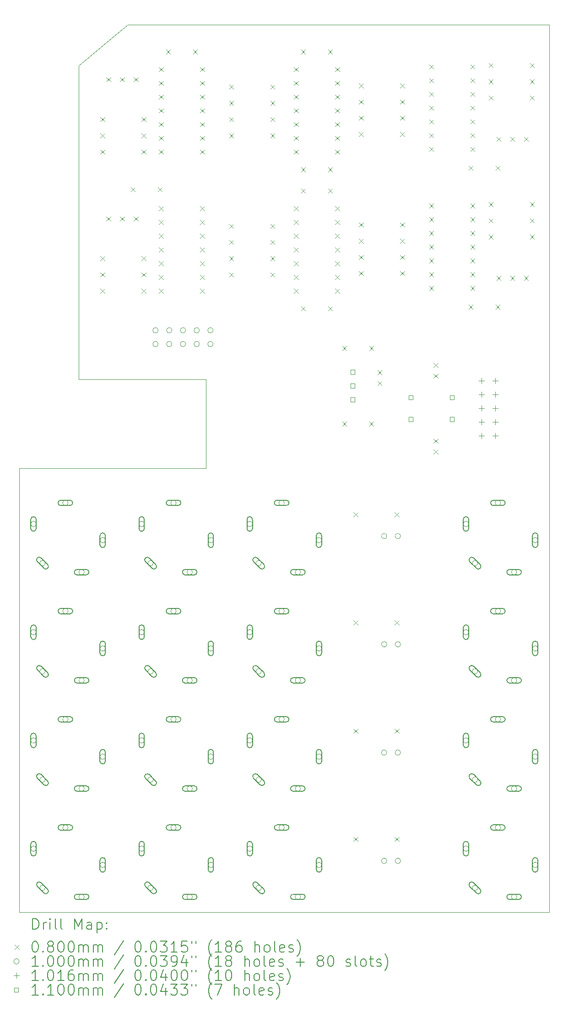
<source format=gbr>
%TF.GenerationSoftware,KiCad,Pcbnew,7.0.2*%
%TF.CreationDate,2024-01-15T01:52:45-05:00*%
%TF.ProjectId,ADSR Main Pcb,41445352-204d-4616-996e-205063622e6b,rev?*%
%TF.SameCoordinates,Original*%
%TF.FileFunction,Drillmap*%
%TF.FilePolarity,Positive*%
%FSLAX45Y45*%
G04 Gerber Fmt 4.5, Leading zero omitted, Abs format (unit mm)*
G04 Created by KiCad (PCBNEW 7.0.2) date 2024-01-15 01:52:45*
%MOMM*%
%LPD*%
G01*
G04 APERTURE LIST*
%ADD10C,0.100000*%
%ADD11C,0.200000*%
%ADD12C,0.080000*%
%ADD13C,0.101600*%
%ADD14C,0.110000*%
G04 APERTURE END LIST*
D10*
X14400000Y-18950000D02*
X4600000Y-18950000D01*
X4600000Y-10750000D01*
X8050000Y-10750000D01*
X8050000Y-9100000D01*
X5700000Y-9100000D01*
X5700000Y-3300000D01*
X6600000Y-2550000D01*
X14400000Y-2550000D01*
X14400000Y-18950000D01*
D11*
D12*
X6098000Y-4260000D02*
X6178000Y-4340000D01*
X6178000Y-4260000D02*
X6098000Y-4340000D01*
X6098000Y-4560000D02*
X6178000Y-4640000D01*
X6178000Y-4560000D02*
X6098000Y-4640000D01*
X6098000Y-4860000D02*
X6178000Y-4940000D01*
X6178000Y-4860000D02*
X6098000Y-4940000D01*
X6098000Y-6830000D02*
X6178000Y-6910000D01*
X6178000Y-6830000D02*
X6098000Y-6910000D01*
X6098000Y-7130000D02*
X6178000Y-7210000D01*
X6178000Y-7130000D02*
X6098000Y-7210000D01*
X6098000Y-7430000D02*
X6178000Y-7510000D01*
X6178000Y-7430000D02*
X6098000Y-7510000D01*
X6206000Y-3524000D02*
X6286000Y-3604000D01*
X6286000Y-3524000D02*
X6206000Y-3604000D01*
X6206000Y-6094000D02*
X6286000Y-6174000D01*
X6286000Y-6094000D02*
X6206000Y-6174000D01*
X6460000Y-3524000D02*
X6540000Y-3604000D01*
X6540000Y-3524000D02*
X6460000Y-3604000D01*
X6460000Y-6094000D02*
X6540000Y-6174000D01*
X6540000Y-6094000D02*
X6460000Y-6174000D01*
X6660000Y-5555000D02*
X6740000Y-5635000D01*
X6740000Y-5555000D02*
X6660000Y-5635000D01*
X6714000Y-3524000D02*
X6794000Y-3604000D01*
X6794000Y-3524000D02*
X6714000Y-3604000D01*
X6714000Y-6094000D02*
X6794000Y-6174000D01*
X6794000Y-6094000D02*
X6714000Y-6174000D01*
X6860000Y-4260000D02*
X6940000Y-4340000D01*
X6940000Y-4260000D02*
X6860000Y-4340000D01*
X6860000Y-4560000D02*
X6940000Y-4640000D01*
X6940000Y-4560000D02*
X6860000Y-4640000D01*
X6860000Y-4860000D02*
X6940000Y-4940000D01*
X6940000Y-4860000D02*
X6860000Y-4940000D01*
X6860000Y-6830000D02*
X6940000Y-6910000D01*
X6940000Y-6830000D02*
X6860000Y-6910000D01*
X6860000Y-7130000D02*
X6940000Y-7210000D01*
X6940000Y-7130000D02*
X6860000Y-7210000D01*
X6860000Y-7430000D02*
X6940000Y-7510000D01*
X6940000Y-7430000D02*
X6860000Y-7510000D01*
X7160000Y-5555000D02*
X7240000Y-5635000D01*
X7240000Y-5555000D02*
X7160000Y-5635000D01*
X7180000Y-3336000D02*
X7260000Y-3416000D01*
X7260000Y-3336000D02*
X7180000Y-3416000D01*
X7180000Y-3590000D02*
X7260000Y-3670000D01*
X7260000Y-3590000D02*
X7180000Y-3670000D01*
X7180000Y-3844000D02*
X7260000Y-3924000D01*
X7260000Y-3844000D02*
X7180000Y-3924000D01*
X7180000Y-4098000D02*
X7260000Y-4178000D01*
X7260000Y-4098000D02*
X7180000Y-4178000D01*
X7180000Y-4352000D02*
X7260000Y-4432000D01*
X7260000Y-4352000D02*
X7180000Y-4432000D01*
X7180000Y-4606000D02*
X7260000Y-4686000D01*
X7260000Y-4606000D02*
X7180000Y-4686000D01*
X7180000Y-4860000D02*
X7260000Y-4940000D01*
X7260000Y-4860000D02*
X7180000Y-4940000D01*
X7180000Y-5906000D02*
X7260000Y-5986000D01*
X7260000Y-5906000D02*
X7180000Y-5986000D01*
X7180000Y-6160000D02*
X7260000Y-6240000D01*
X7260000Y-6160000D02*
X7180000Y-6240000D01*
X7180000Y-6414000D02*
X7260000Y-6494000D01*
X7260000Y-6414000D02*
X7180000Y-6494000D01*
X7180000Y-6668000D02*
X7260000Y-6748000D01*
X7260000Y-6668000D02*
X7180000Y-6748000D01*
X7180000Y-6922000D02*
X7260000Y-7002000D01*
X7260000Y-6922000D02*
X7180000Y-7002000D01*
X7180000Y-7176000D02*
X7260000Y-7256000D01*
X7260000Y-7176000D02*
X7180000Y-7256000D01*
X7180000Y-7430000D02*
X7260000Y-7510000D01*
X7260000Y-7430000D02*
X7180000Y-7510000D01*
X7310000Y-3010000D02*
X7390000Y-3090000D01*
X7390000Y-3010000D02*
X7310000Y-3090000D01*
X7810000Y-3010000D02*
X7890000Y-3090000D01*
X7890000Y-3010000D02*
X7810000Y-3090000D01*
X7942000Y-3336000D02*
X8022000Y-3416000D01*
X8022000Y-3336000D02*
X7942000Y-3416000D01*
X7942000Y-3590000D02*
X8022000Y-3670000D01*
X8022000Y-3590000D02*
X7942000Y-3670000D01*
X7942000Y-3844000D02*
X8022000Y-3924000D01*
X8022000Y-3844000D02*
X7942000Y-3924000D01*
X7942000Y-4098000D02*
X8022000Y-4178000D01*
X8022000Y-4098000D02*
X7942000Y-4178000D01*
X7942000Y-4352000D02*
X8022000Y-4432000D01*
X8022000Y-4352000D02*
X7942000Y-4432000D01*
X7942000Y-4606000D02*
X8022000Y-4686000D01*
X8022000Y-4606000D02*
X7942000Y-4686000D01*
X7942000Y-4860000D02*
X8022000Y-4940000D01*
X8022000Y-4860000D02*
X7942000Y-4940000D01*
X7942000Y-5906000D02*
X8022000Y-5986000D01*
X8022000Y-5906000D02*
X7942000Y-5986000D01*
X7942000Y-6160000D02*
X8022000Y-6240000D01*
X8022000Y-6160000D02*
X7942000Y-6240000D01*
X7942000Y-6414000D02*
X8022000Y-6494000D01*
X8022000Y-6414000D02*
X7942000Y-6494000D01*
X7942000Y-6668000D02*
X8022000Y-6748000D01*
X8022000Y-6668000D02*
X7942000Y-6748000D01*
X7942000Y-6922000D02*
X8022000Y-7002000D01*
X8022000Y-6922000D02*
X7942000Y-7002000D01*
X7942000Y-7176000D02*
X8022000Y-7256000D01*
X8022000Y-7176000D02*
X7942000Y-7256000D01*
X7942000Y-7430000D02*
X8022000Y-7510000D01*
X8022000Y-7430000D02*
X7942000Y-7510000D01*
X8479000Y-3660000D02*
X8559000Y-3740000D01*
X8559000Y-3660000D02*
X8479000Y-3740000D01*
X8479000Y-3960000D02*
X8559000Y-4040000D01*
X8559000Y-3960000D02*
X8479000Y-4040000D01*
X8479000Y-4260000D02*
X8559000Y-4340000D01*
X8559000Y-4260000D02*
X8479000Y-4340000D01*
X8479000Y-4560000D02*
X8559000Y-4640000D01*
X8559000Y-4560000D02*
X8479000Y-4640000D01*
X8479000Y-6230000D02*
X8559000Y-6310000D01*
X8559000Y-6230000D02*
X8479000Y-6310000D01*
X8479000Y-6530000D02*
X8559000Y-6610000D01*
X8559000Y-6530000D02*
X8479000Y-6610000D01*
X8479000Y-6830000D02*
X8559000Y-6910000D01*
X8559000Y-6830000D02*
X8479000Y-6910000D01*
X8479000Y-7130000D02*
X8559000Y-7210000D01*
X8559000Y-7130000D02*
X8479000Y-7210000D01*
X9241000Y-3660000D02*
X9321000Y-3740000D01*
X9321000Y-3660000D02*
X9241000Y-3740000D01*
X9241000Y-3960000D02*
X9321000Y-4040000D01*
X9321000Y-3960000D02*
X9241000Y-4040000D01*
X9241000Y-4260000D02*
X9321000Y-4340000D01*
X9321000Y-4260000D02*
X9241000Y-4340000D01*
X9241000Y-4560000D02*
X9321000Y-4640000D01*
X9321000Y-4560000D02*
X9241000Y-4640000D01*
X9241000Y-6230000D02*
X9321000Y-6310000D01*
X9321000Y-6230000D02*
X9241000Y-6310000D01*
X9241000Y-6530000D02*
X9321000Y-6610000D01*
X9321000Y-6530000D02*
X9241000Y-6610000D01*
X9241000Y-6830000D02*
X9321000Y-6910000D01*
X9321000Y-6830000D02*
X9241000Y-6910000D01*
X9241000Y-7130000D02*
X9321000Y-7210000D01*
X9321000Y-7130000D02*
X9241000Y-7210000D01*
X9680000Y-3336000D02*
X9760000Y-3416000D01*
X9760000Y-3336000D02*
X9680000Y-3416000D01*
X9680000Y-3590000D02*
X9760000Y-3670000D01*
X9760000Y-3590000D02*
X9680000Y-3670000D01*
X9680000Y-3844000D02*
X9760000Y-3924000D01*
X9760000Y-3844000D02*
X9680000Y-3924000D01*
X9680000Y-4098000D02*
X9760000Y-4178000D01*
X9760000Y-4098000D02*
X9680000Y-4178000D01*
X9680000Y-4352000D02*
X9760000Y-4432000D01*
X9760000Y-4352000D02*
X9680000Y-4432000D01*
X9680000Y-4606000D02*
X9760000Y-4686000D01*
X9760000Y-4606000D02*
X9680000Y-4686000D01*
X9680000Y-4860000D02*
X9760000Y-4940000D01*
X9760000Y-4860000D02*
X9680000Y-4940000D01*
X9680000Y-5906000D02*
X9760000Y-5986000D01*
X9760000Y-5906000D02*
X9680000Y-5986000D01*
X9680000Y-6160000D02*
X9760000Y-6240000D01*
X9760000Y-6160000D02*
X9680000Y-6240000D01*
X9680000Y-6414000D02*
X9760000Y-6494000D01*
X9760000Y-6414000D02*
X9680000Y-6494000D01*
X9680000Y-6668000D02*
X9760000Y-6748000D01*
X9760000Y-6668000D02*
X9680000Y-6748000D01*
X9680000Y-6922000D02*
X9760000Y-7002000D01*
X9760000Y-6922000D02*
X9680000Y-7002000D01*
X9680000Y-7176000D02*
X9760000Y-7256000D01*
X9760000Y-7176000D02*
X9680000Y-7256000D01*
X9680000Y-7430000D02*
X9760000Y-7510000D01*
X9760000Y-7430000D02*
X9680000Y-7510000D01*
X9810000Y-3010000D02*
X9890000Y-3090000D01*
X9890000Y-3010000D02*
X9810000Y-3090000D01*
X9810000Y-5185000D02*
X9890000Y-5265000D01*
X9890000Y-5185000D02*
X9810000Y-5265000D01*
X9810000Y-5580000D02*
X9890000Y-5660000D01*
X9890000Y-5580000D02*
X9810000Y-5660000D01*
X9810000Y-7755000D02*
X9890000Y-7835000D01*
X9890000Y-7755000D02*
X9810000Y-7835000D01*
X10310000Y-3010000D02*
X10390000Y-3090000D01*
X10390000Y-3010000D02*
X10310000Y-3090000D01*
X10310000Y-5185000D02*
X10390000Y-5265000D01*
X10390000Y-5185000D02*
X10310000Y-5265000D01*
X10310000Y-5580000D02*
X10390000Y-5660000D01*
X10390000Y-5580000D02*
X10310000Y-5660000D01*
X10310000Y-7755000D02*
X10390000Y-7835000D01*
X10390000Y-7755000D02*
X10310000Y-7835000D01*
X10442000Y-3336000D02*
X10522000Y-3416000D01*
X10522000Y-3336000D02*
X10442000Y-3416000D01*
X10442000Y-3590000D02*
X10522000Y-3670000D01*
X10522000Y-3590000D02*
X10442000Y-3670000D01*
X10442000Y-3844000D02*
X10522000Y-3924000D01*
X10522000Y-3844000D02*
X10442000Y-3924000D01*
X10442000Y-4098000D02*
X10522000Y-4178000D01*
X10522000Y-4098000D02*
X10442000Y-4178000D01*
X10442000Y-4352000D02*
X10522000Y-4432000D01*
X10522000Y-4352000D02*
X10442000Y-4432000D01*
X10442000Y-4606000D02*
X10522000Y-4686000D01*
X10522000Y-4606000D02*
X10442000Y-4686000D01*
X10442000Y-4860000D02*
X10522000Y-4940000D01*
X10522000Y-4860000D02*
X10442000Y-4940000D01*
X10442000Y-5906000D02*
X10522000Y-5986000D01*
X10522000Y-5906000D02*
X10442000Y-5986000D01*
X10442000Y-6160000D02*
X10522000Y-6240000D01*
X10522000Y-6160000D02*
X10442000Y-6240000D01*
X10442000Y-6414000D02*
X10522000Y-6494000D01*
X10522000Y-6414000D02*
X10442000Y-6494000D01*
X10442000Y-6668000D02*
X10522000Y-6748000D01*
X10522000Y-6668000D02*
X10442000Y-6748000D01*
X10442000Y-6922000D02*
X10522000Y-7002000D01*
X10522000Y-6922000D02*
X10442000Y-7002000D01*
X10442000Y-7176000D02*
X10522000Y-7256000D01*
X10522000Y-7176000D02*
X10442000Y-7256000D01*
X10442000Y-7430000D02*
X10522000Y-7510000D01*
X10522000Y-7430000D02*
X10442000Y-7510000D01*
X10572900Y-8486600D02*
X10652900Y-8566600D01*
X10652900Y-8486600D02*
X10572900Y-8566600D01*
X10572900Y-9886600D02*
X10652900Y-9966600D01*
X10652900Y-9886600D02*
X10572900Y-9966600D01*
X10779000Y-11560000D02*
X10859000Y-11640000D01*
X10859000Y-11560000D02*
X10779000Y-11640000D01*
X10779000Y-13560000D02*
X10859000Y-13640000D01*
X10859000Y-13560000D02*
X10779000Y-13640000D01*
X10779000Y-15560000D02*
X10859000Y-15640000D01*
X10859000Y-15560000D02*
X10779000Y-15640000D01*
X10779000Y-17560000D02*
X10859000Y-17640000D01*
X10859000Y-17560000D02*
X10779000Y-17640000D01*
X10879000Y-3635000D02*
X10959000Y-3715000D01*
X10959000Y-3635000D02*
X10879000Y-3715000D01*
X10879000Y-3935000D02*
X10959000Y-4015000D01*
X10959000Y-3935000D02*
X10879000Y-4015000D01*
X10879000Y-4235000D02*
X10959000Y-4315000D01*
X10959000Y-4235000D02*
X10879000Y-4315000D01*
X10879000Y-4535000D02*
X10959000Y-4615000D01*
X10959000Y-4535000D02*
X10879000Y-4615000D01*
X10879000Y-6205000D02*
X10959000Y-6285000D01*
X10959000Y-6205000D02*
X10879000Y-6285000D01*
X10879000Y-6505000D02*
X10959000Y-6585000D01*
X10959000Y-6505000D02*
X10879000Y-6585000D01*
X10879000Y-6805000D02*
X10959000Y-6885000D01*
X10959000Y-6805000D02*
X10879000Y-6885000D01*
X10879000Y-7105000D02*
X10959000Y-7185000D01*
X10959000Y-7105000D02*
X10879000Y-7185000D01*
X11072900Y-8486600D02*
X11152900Y-8566600D01*
X11152900Y-8486600D02*
X11072900Y-8566600D01*
X11072900Y-9886600D02*
X11152900Y-9966600D01*
X11152900Y-9886600D02*
X11072900Y-9966600D01*
X11222900Y-8936600D02*
X11302900Y-9016600D01*
X11302900Y-8936600D02*
X11222900Y-9016600D01*
X11222900Y-9136600D02*
X11302900Y-9216600D01*
X11302900Y-9136600D02*
X11222900Y-9216600D01*
X11541000Y-11560000D02*
X11621000Y-11640000D01*
X11621000Y-11560000D02*
X11541000Y-11640000D01*
X11541000Y-13560000D02*
X11621000Y-13640000D01*
X11621000Y-13560000D02*
X11541000Y-13640000D01*
X11541000Y-15560000D02*
X11621000Y-15640000D01*
X11621000Y-15560000D02*
X11541000Y-15640000D01*
X11541000Y-17560000D02*
X11621000Y-17640000D01*
X11621000Y-17560000D02*
X11541000Y-17640000D01*
X11641000Y-3635000D02*
X11721000Y-3715000D01*
X11721000Y-3635000D02*
X11641000Y-3715000D01*
X11641000Y-3935000D02*
X11721000Y-4015000D01*
X11721000Y-3935000D02*
X11641000Y-4015000D01*
X11641000Y-4235000D02*
X11721000Y-4315000D01*
X11721000Y-4235000D02*
X11641000Y-4315000D01*
X11641000Y-4535000D02*
X11721000Y-4615000D01*
X11721000Y-4535000D02*
X11641000Y-4615000D01*
X11641000Y-6205000D02*
X11721000Y-6285000D01*
X11721000Y-6205000D02*
X11641000Y-6285000D01*
X11641000Y-6505000D02*
X11721000Y-6585000D01*
X11721000Y-6505000D02*
X11641000Y-6585000D01*
X11641000Y-6805000D02*
X11721000Y-6885000D01*
X11721000Y-6805000D02*
X11641000Y-6885000D01*
X11641000Y-7105000D02*
X11721000Y-7185000D01*
X11721000Y-7105000D02*
X11641000Y-7185000D01*
X12178000Y-3285000D02*
X12258000Y-3365000D01*
X12258000Y-3285000D02*
X12178000Y-3365000D01*
X12178000Y-3539000D02*
X12258000Y-3619000D01*
X12258000Y-3539000D02*
X12178000Y-3619000D01*
X12178000Y-3793000D02*
X12258000Y-3873000D01*
X12258000Y-3793000D02*
X12178000Y-3873000D01*
X12178000Y-4047000D02*
X12258000Y-4127000D01*
X12258000Y-4047000D02*
X12178000Y-4127000D01*
X12178000Y-4301000D02*
X12258000Y-4381000D01*
X12258000Y-4301000D02*
X12178000Y-4381000D01*
X12178000Y-4555000D02*
X12258000Y-4635000D01*
X12258000Y-4555000D02*
X12178000Y-4635000D01*
X12178000Y-4809000D02*
X12258000Y-4889000D01*
X12258000Y-4809000D02*
X12178000Y-4889000D01*
X12178000Y-5855000D02*
X12258000Y-5935000D01*
X12258000Y-5855000D02*
X12178000Y-5935000D01*
X12178000Y-6109000D02*
X12258000Y-6189000D01*
X12258000Y-6109000D02*
X12178000Y-6189000D01*
X12178000Y-6363000D02*
X12258000Y-6443000D01*
X12258000Y-6363000D02*
X12178000Y-6443000D01*
X12178000Y-6617000D02*
X12258000Y-6697000D01*
X12258000Y-6617000D02*
X12178000Y-6697000D01*
X12178000Y-6871000D02*
X12258000Y-6951000D01*
X12258000Y-6871000D02*
X12178000Y-6951000D01*
X12178000Y-7125000D02*
X12258000Y-7205000D01*
X12258000Y-7125000D02*
X12178000Y-7205000D01*
X12178000Y-7379000D02*
X12258000Y-7459000D01*
X12258000Y-7379000D02*
X12178000Y-7459000D01*
X12260000Y-8801000D02*
X12340000Y-8881000D01*
X12340000Y-8801000D02*
X12260000Y-8881000D01*
X12260000Y-9001000D02*
X12340000Y-9081000D01*
X12340000Y-9001000D02*
X12260000Y-9081000D01*
X12260000Y-10201000D02*
X12340000Y-10281000D01*
X12340000Y-10201000D02*
X12260000Y-10281000D01*
X12260000Y-10401000D02*
X12340000Y-10481000D01*
X12340000Y-10401000D02*
X12260000Y-10481000D01*
X12910000Y-5155000D02*
X12990000Y-5235000D01*
X12990000Y-5155000D02*
X12910000Y-5235000D01*
X12910000Y-7725000D02*
X12990000Y-7805000D01*
X12990000Y-7725000D02*
X12910000Y-7805000D01*
X12940000Y-3285000D02*
X13020000Y-3365000D01*
X13020000Y-3285000D02*
X12940000Y-3365000D01*
X12940000Y-3539000D02*
X13020000Y-3619000D01*
X13020000Y-3539000D02*
X12940000Y-3619000D01*
X12940000Y-3793000D02*
X13020000Y-3873000D01*
X13020000Y-3793000D02*
X12940000Y-3873000D01*
X12940000Y-4047000D02*
X13020000Y-4127000D01*
X13020000Y-4047000D02*
X12940000Y-4127000D01*
X12940000Y-4301000D02*
X13020000Y-4381000D01*
X13020000Y-4301000D02*
X12940000Y-4381000D01*
X12940000Y-4555000D02*
X13020000Y-4635000D01*
X13020000Y-4555000D02*
X12940000Y-4635000D01*
X12940000Y-4809000D02*
X13020000Y-4889000D01*
X13020000Y-4809000D02*
X12940000Y-4889000D01*
X12940000Y-5855000D02*
X13020000Y-5935000D01*
X13020000Y-5855000D02*
X12940000Y-5935000D01*
X12940000Y-6109000D02*
X13020000Y-6189000D01*
X13020000Y-6109000D02*
X12940000Y-6189000D01*
X12940000Y-6363000D02*
X13020000Y-6443000D01*
X13020000Y-6363000D02*
X12940000Y-6443000D01*
X12940000Y-6617000D02*
X13020000Y-6697000D01*
X13020000Y-6617000D02*
X12940000Y-6697000D01*
X12940000Y-6871000D02*
X13020000Y-6951000D01*
X13020000Y-6871000D02*
X12940000Y-6951000D01*
X12940000Y-7125000D02*
X13020000Y-7205000D01*
X13020000Y-7125000D02*
X12940000Y-7205000D01*
X12940000Y-7379000D02*
X13020000Y-7459000D01*
X13020000Y-7379000D02*
X12940000Y-7459000D01*
X13279000Y-3260000D02*
X13359000Y-3340000D01*
X13359000Y-3260000D02*
X13279000Y-3340000D01*
X13279000Y-3560000D02*
X13359000Y-3640000D01*
X13359000Y-3560000D02*
X13279000Y-3640000D01*
X13279000Y-3860000D02*
X13359000Y-3940000D01*
X13359000Y-3860000D02*
X13279000Y-3940000D01*
X13279000Y-5830000D02*
X13359000Y-5910000D01*
X13359000Y-5830000D02*
X13279000Y-5910000D01*
X13279000Y-6130000D02*
X13359000Y-6210000D01*
X13359000Y-6130000D02*
X13279000Y-6210000D01*
X13279000Y-6430000D02*
X13359000Y-6510000D01*
X13359000Y-6430000D02*
X13279000Y-6510000D01*
X13410000Y-5155000D02*
X13490000Y-5235000D01*
X13490000Y-5155000D02*
X13410000Y-5235000D01*
X13410000Y-7725000D02*
X13490000Y-7805000D01*
X13490000Y-7725000D02*
X13410000Y-7805000D01*
X13425000Y-4621000D02*
X13505000Y-4701000D01*
X13505000Y-4621000D02*
X13425000Y-4701000D01*
X13425000Y-7191000D02*
X13505000Y-7271000D01*
X13505000Y-7191000D02*
X13425000Y-7271000D01*
X13679000Y-4621000D02*
X13759000Y-4701000D01*
X13759000Y-4621000D02*
X13679000Y-4701000D01*
X13679000Y-7191000D02*
X13759000Y-7271000D01*
X13759000Y-7191000D02*
X13679000Y-7271000D01*
X13933000Y-4621000D02*
X14013000Y-4701000D01*
X14013000Y-4621000D02*
X13933000Y-4701000D01*
X13933000Y-7191000D02*
X14013000Y-7271000D01*
X14013000Y-7191000D02*
X13933000Y-7271000D01*
X14041000Y-3260000D02*
X14121000Y-3340000D01*
X14121000Y-3260000D02*
X14041000Y-3340000D01*
X14041000Y-3560000D02*
X14121000Y-3640000D01*
X14121000Y-3560000D02*
X14041000Y-3640000D01*
X14041000Y-3860000D02*
X14121000Y-3940000D01*
X14121000Y-3860000D02*
X14041000Y-3940000D01*
X14041000Y-5830000D02*
X14121000Y-5910000D01*
X14121000Y-5830000D02*
X14041000Y-5910000D01*
X14041000Y-6130000D02*
X14121000Y-6210000D01*
X14121000Y-6130000D02*
X14041000Y-6210000D01*
X14041000Y-6430000D02*
X14121000Y-6510000D01*
X14121000Y-6430000D02*
X14041000Y-6510000D01*
D10*
X4910000Y-11776000D02*
G75*
G03*
X4910000Y-11776000I-50000J0D01*
G01*
D11*
X4910000Y-11861000D02*
X4910000Y-11691000D01*
X4910000Y-11691000D02*
G75*
G03*
X4810000Y-11691000I-50000J0D01*
G01*
X4810000Y-11691000D02*
X4810000Y-11861000D01*
X4810000Y-11861000D02*
G75*
G03*
X4910000Y-11861000I50000J0D01*
G01*
D10*
X4910000Y-13776000D02*
G75*
G03*
X4910000Y-13776000I-50000J0D01*
G01*
D11*
X4910000Y-13861000D02*
X4910000Y-13691000D01*
X4910000Y-13691000D02*
G75*
G03*
X4810000Y-13691000I-50000J0D01*
G01*
X4810000Y-13691000D02*
X4810000Y-13861000D01*
X4810000Y-13861000D02*
G75*
G03*
X4910000Y-13861000I50000J0D01*
G01*
D10*
X4910000Y-15776000D02*
G75*
G03*
X4910000Y-15776000I-50000J0D01*
G01*
D11*
X4910000Y-15861000D02*
X4910000Y-15691000D01*
X4910000Y-15691000D02*
G75*
G03*
X4810000Y-15691000I-50000J0D01*
G01*
X4810000Y-15691000D02*
X4810000Y-15861000D01*
X4810000Y-15861000D02*
G75*
G03*
X4910000Y-15861000I50000J0D01*
G01*
D10*
X4910000Y-17776000D02*
G75*
G03*
X4910000Y-17776000I-50000J0D01*
G01*
D11*
X4910000Y-17861000D02*
X4910000Y-17691000D01*
X4910000Y-17691000D02*
G75*
G03*
X4810000Y-17691000I-50000J0D01*
G01*
X4810000Y-17691000D02*
X4810000Y-17861000D01*
X4810000Y-17861000D02*
G75*
G03*
X4910000Y-17861000I50000J0D01*
G01*
D10*
X5076000Y-12500000D02*
G75*
G03*
X5076000Y-12500000I-50000J0D01*
G01*
D11*
X5121459Y-12524749D02*
X5001251Y-12404541D01*
X5001251Y-12404541D02*
G75*
G03*
X4930541Y-12475251I-35355J-35355D01*
G01*
X4930541Y-12475251D02*
X5050749Y-12595459D01*
X5050749Y-12595459D02*
G75*
G03*
X5121459Y-12524749I35355J35355D01*
G01*
D10*
X5076000Y-14500000D02*
G75*
G03*
X5076000Y-14500000I-50000J0D01*
G01*
D11*
X5121459Y-14524749D02*
X5001251Y-14404541D01*
X5001251Y-14404541D02*
G75*
G03*
X4930541Y-14475251I-35355J-35355D01*
G01*
X4930541Y-14475251D02*
X5050749Y-14595459D01*
X5050749Y-14595459D02*
G75*
G03*
X5121459Y-14524749I35355J35355D01*
G01*
D10*
X5076000Y-16500000D02*
G75*
G03*
X5076000Y-16500000I-50000J0D01*
G01*
D11*
X5121459Y-16524749D02*
X5001251Y-16404541D01*
X5001251Y-16404541D02*
G75*
G03*
X4930541Y-16475251I-35355J-35355D01*
G01*
X4930541Y-16475251D02*
X5050749Y-16595459D01*
X5050749Y-16595459D02*
G75*
G03*
X5121459Y-16524749I35355J35355D01*
G01*
D10*
X5076000Y-18500000D02*
G75*
G03*
X5076000Y-18500000I-50000J0D01*
G01*
D11*
X5121459Y-18524749D02*
X5001251Y-18404541D01*
X5001251Y-18404541D02*
G75*
G03*
X4930541Y-18475251I-35355J-35355D01*
G01*
X4930541Y-18475251D02*
X5050749Y-18595459D01*
X5050749Y-18595459D02*
G75*
G03*
X5121459Y-18524749I35355J35355D01*
G01*
D10*
X5500000Y-11386000D02*
G75*
G03*
X5500000Y-11386000I-50000J0D01*
G01*
D11*
X5535000Y-11336000D02*
X5365000Y-11336000D01*
X5365000Y-11336000D02*
G75*
G03*
X5365000Y-11436000I0J-50000D01*
G01*
X5365000Y-11436000D02*
X5535000Y-11436000D01*
X5535000Y-11436000D02*
G75*
G03*
X5535000Y-11336000I0J50000D01*
G01*
D10*
X5500000Y-13386000D02*
G75*
G03*
X5500000Y-13386000I-50000J0D01*
G01*
D11*
X5535000Y-13336000D02*
X5365000Y-13336000D01*
X5365000Y-13336000D02*
G75*
G03*
X5365000Y-13436000I0J-50000D01*
G01*
X5365000Y-13436000D02*
X5535000Y-13436000D01*
X5535000Y-13436000D02*
G75*
G03*
X5535000Y-13336000I0J50000D01*
G01*
D10*
X5500000Y-15386000D02*
G75*
G03*
X5500000Y-15386000I-50000J0D01*
G01*
D11*
X5535000Y-15336000D02*
X5365000Y-15336000D01*
X5365000Y-15336000D02*
G75*
G03*
X5365000Y-15436000I0J-50000D01*
G01*
X5365000Y-15436000D02*
X5535000Y-15436000D01*
X5535000Y-15436000D02*
G75*
G03*
X5535000Y-15336000I0J50000D01*
G01*
D10*
X5500000Y-17386000D02*
G75*
G03*
X5500000Y-17386000I-50000J0D01*
G01*
D11*
X5535000Y-17336000D02*
X5365000Y-17336000D01*
X5365000Y-17336000D02*
G75*
G03*
X5365000Y-17436000I0J-50000D01*
G01*
X5365000Y-17436000D02*
X5535000Y-17436000D01*
X5535000Y-17436000D02*
G75*
G03*
X5535000Y-17336000I0J50000D01*
G01*
D10*
X5800000Y-12666000D02*
G75*
G03*
X5800000Y-12666000I-50000J0D01*
G01*
D11*
X5835000Y-12616000D02*
X5665000Y-12616000D01*
X5665000Y-12616000D02*
G75*
G03*
X5665000Y-12716000I0J-50000D01*
G01*
X5665000Y-12716000D02*
X5835000Y-12716000D01*
X5835000Y-12716000D02*
G75*
G03*
X5835000Y-12616000I0J50000D01*
G01*
D10*
X5800000Y-14666000D02*
G75*
G03*
X5800000Y-14666000I-50000J0D01*
G01*
D11*
X5835000Y-14616000D02*
X5665000Y-14616000D01*
X5665000Y-14616000D02*
G75*
G03*
X5665000Y-14716000I0J-50000D01*
G01*
X5665000Y-14716000D02*
X5835000Y-14716000D01*
X5835000Y-14716000D02*
G75*
G03*
X5835000Y-14616000I0J50000D01*
G01*
D10*
X5800000Y-16666000D02*
G75*
G03*
X5800000Y-16666000I-50000J0D01*
G01*
D11*
X5835000Y-16616000D02*
X5665000Y-16616000D01*
X5665000Y-16616000D02*
G75*
G03*
X5665000Y-16716000I0J-50000D01*
G01*
X5665000Y-16716000D02*
X5835000Y-16716000D01*
X5835000Y-16716000D02*
G75*
G03*
X5835000Y-16616000I0J50000D01*
G01*
D10*
X5800000Y-18666000D02*
G75*
G03*
X5800000Y-18666000I-50000J0D01*
G01*
D11*
X5835000Y-18616000D02*
X5665000Y-18616000D01*
X5665000Y-18616000D02*
G75*
G03*
X5665000Y-18716000I0J-50000D01*
G01*
X5665000Y-18716000D02*
X5835000Y-18716000D01*
X5835000Y-18716000D02*
G75*
G03*
X5835000Y-18616000I0J50000D01*
G01*
D10*
X6190000Y-12076000D02*
G75*
G03*
X6190000Y-12076000I-50000J0D01*
G01*
D11*
X6190000Y-12161000D02*
X6190000Y-11991000D01*
X6190000Y-11991000D02*
G75*
G03*
X6090000Y-11991000I-50000J0D01*
G01*
X6090000Y-11991000D02*
X6090000Y-12161000D01*
X6090000Y-12161000D02*
G75*
G03*
X6190000Y-12161000I50000J0D01*
G01*
D10*
X6190000Y-14076000D02*
G75*
G03*
X6190000Y-14076000I-50000J0D01*
G01*
D11*
X6190000Y-14161000D02*
X6190000Y-13991000D01*
X6190000Y-13991000D02*
G75*
G03*
X6090000Y-13991000I-50000J0D01*
G01*
X6090000Y-13991000D02*
X6090000Y-14161000D01*
X6090000Y-14161000D02*
G75*
G03*
X6190000Y-14161000I50000J0D01*
G01*
D10*
X6190000Y-16076000D02*
G75*
G03*
X6190000Y-16076000I-50000J0D01*
G01*
D11*
X6190000Y-16161000D02*
X6190000Y-15991000D01*
X6190000Y-15991000D02*
G75*
G03*
X6090000Y-15991000I-50000J0D01*
G01*
X6090000Y-15991000D02*
X6090000Y-16161000D01*
X6090000Y-16161000D02*
G75*
G03*
X6190000Y-16161000I50000J0D01*
G01*
D10*
X6190000Y-18076000D02*
G75*
G03*
X6190000Y-18076000I-50000J0D01*
G01*
D11*
X6190000Y-18161000D02*
X6190000Y-17991000D01*
X6190000Y-17991000D02*
G75*
G03*
X6090000Y-17991000I-50000J0D01*
G01*
X6090000Y-17991000D02*
X6090000Y-18161000D01*
X6090000Y-18161000D02*
G75*
G03*
X6190000Y-18161000I50000J0D01*
G01*
D10*
X6910000Y-11776000D02*
G75*
G03*
X6910000Y-11776000I-50000J0D01*
G01*
D11*
X6910000Y-11861000D02*
X6910000Y-11691000D01*
X6910000Y-11691000D02*
G75*
G03*
X6810000Y-11691000I-50000J0D01*
G01*
X6810000Y-11691000D02*
X6810000Y-11861000D01*
X6810000Y-11861000D02*
G75*
G03*
X6910000Y-11861000I50000J0D01*
G01*
D10*
X6910000Y-13776000D02*
G75*
G03*
X6910000Y-13776000I-50000J0D01*
G01*
D11*
X6910000Y-13861000D02*
X6910000Y-13691000D01*
X6910000Y-13691000D02*
G75*
G03*
X6810000Y-13691000I-50000J0D01*
G01*
X6810000Y-13691000D02*
X6810000Y-13861000D01*
X6810000Y-13861000D02*
G75*
G03*
X6910000Y-13861000I50000J0D01*
G01*
D10*
X6910000Y-15776000D02*
G75*
G03*
X6910000Y-15776000I-50000J0D01*
G01*
D11*
X6910000Y-15861000D02*
X6910000Y-15691000D01*
X6910000Y-15691000D02*
G75*
G03*
X6810000Y-15691000I-50000J0D01*
G01*
X6810000Y-15691000D02*
X6810000Y-15861000D01*
X6810000Y-15861000D02*
G75*
G03*
X6910000Y-15861000I50000J0D01*
G01*
D10*
X6910000Y-17776000D02*
G75*
G03*
X6910000Y-17776000I-50000J0D01*
G01*
D11*
X6910000Y-17861000D02*
X6910000Y-17691000D01*
X6910000Y-17691000D02*
G75*
G03*
X6810000Y-17691000I-50000J0D01*
G01*
X6810000Y-17691000D02*
X6810000Y-17861000D01*
X6810000Y-17861000D02*
G75*
G03*
X6910000Y-17861000I50000J0D01*
G01*
D10*
X7076000Y-12500000D02*
G75*
G03*
X7076000Y-12500000I-50000J0D01*
G01*
D11*
X7121459Y-12524749D02*
X7001251Y-12404541D01*
X7001251Y-12404541D02*
G75*
G03*
X6930541Y-12475251I-35355J-35355D01*
G01*
X6930541Y-12475251D02*
X7050749Y-12595459D01*
X7050749Y-12595459D02*
G75*
G03*
X7121459Y-12524749I35355J35355D01*
G01*
D10*
X7076000Y-14500000D02*
G75*
G03*
X7076000Y-14500000I-50000J0D01*
G01*
D11*
X7121459Y-14524749D02*
X7001251Y-14404541D01*
X7001251Y-14404541D02*
G75*
G03*
X6930541Y-14475251I-35355J-35355D01*
G01*
X6930541Y-14475251D02*
X7050749Y-14595459D01*
X7050749Y-14595459D02*
G75*
G03*
X7121459Y-14524749I35355J35355D01*
G01*
D10*
X7076000Y-16500000D02*
G75*
G03*
X7076000Y-16500000I-50000J0D01*
G01*
D11*
X7121459Y-16524749D02*
X7001251Y-16404541D01*
X7001251Y-16404541D02*
G75*
G03*
X6930541Y-16475251I-35355J-35355D01*
G01*
X6930541Y-16475251D02*
X7050749Y-16595459D01*
X7050749Y-16595459D02*
G75*
G03*
X7121459Y-16524749I35355J35355D01*
G01*
D10*
X7076000Y-18500000D02*
G75*
G03*
X7076000Y-18500000I-50000J0D01*
G01*
D11*
X7121459Y-18524749D02*
X7001251Y-18404541D01*
X7001251Y-18404541D02*
G75*
G03*
X6930541Y-18475251I-35355J-35355D01*
G01*
X6930541Y-18475251D02*
X7050749Y-18595459D01*
X7050749Y-18595459D02*
G75*
G03*
X7121459Y-18524749I35355J35355D01*
G01*
D10*
X7167000Y-8196250D02*
G75*
G03*
X7167000Y-8196250I-50000J0D01*
G01*
X7167000Y-8450250D02*
G75*
G03*
X7167000Y-8450250I-50000J0D01*
G01*
X7421000Y-8196250D02*
G75*
G03*
X7421000Y-8196250I-50000J0D01*
G01*
X7421000Y-8450250D02*
G75*
G03*
X7421000Y-8450250I-50000J0D01*
G01*
X7500000Y-11386000D02*
G75*
G03*
X7500000Y-11386000I-50000J0D01*
G01*
D11*
X7535000Y-11336000D02*
X7365000Y-11336000D01*
X7365000Y-11336000D02*
G75*
G03*
X7365000Y-11436000I0J-50000D01*
G01*
X7365000Y-11436000D02*
X7535000Y-11436000D01*
X7535000Y-11436000D02*
G75*
G03*
X7535000Y-11336000I0J50000D01*
G01*
D10*
X7500000Y-13386000D02*
G75*
G03*
X7500000Y-13386000I-50000J0D01*
G01*
D11*
X7535000Y-13336000D02*
X7365000Y-13336000D01*
X7365000Y-13336000D02*
G75*
G03*
X7365000Y-13436000I0J-50000D01*
G01*
X7365000Y-13436000D02*
X7535000Y-13436000D01*
X7535000Y-13436000D02*
G75*
G03*
X7535000Y-13336000I0J50000D01*
G01*
D10*
X7500000Y-15386000D02*
G75*
G03*
X7500000Y-15386000I-50000J0D01*
G01*
D11*
X7535000Y-15336000D02*
X7365000Y-15336000D01*
X7365000Y-15336000D02*
G75*
G03*
X7365000Y-15436000I0J-50000D01*
G01*
X7365000Y-15436000D02*
X7535000Y-15436000D01*
X7535000Y-15436000D02*
G75*
G03*
X7535000Y-15336000I0J50000D01*
G01*
D10*
X7500000Y-17386000D02*
G75*
G03*
X7500000Y-17386000I-50000J0D01*
G01*
D11*
X7535000Y-17336000D02*
X7365000Y-17336000D01*
X7365000Y-17336000D02*
G75*
G03*
X7365000Y-17436000I0J-50000D01*
G01*
X7365000Y-17436000D02*
X7535000Y-17436000D01*
X7535000Y-17436000D02*
G75*
G03*
X7535000Y-17336000I0J50000D01*
G01*
D10*
X7675000Y-8196250D02*
G75*
G03*
X7675000Y-8196250I-50000J0D01*
G01*
X7675000Y-8450250D02*
G75*
G03*
X7675000Y-8450250I-50000J0D01*
G01*
X7800000Y-12666000D02*
G75*
G03*
X7800000Y-12666000I-50000J0D01*
G01*
D11*
X7835000Y-12616000D02*
X7665000Y-12616000D01*
X7665000Y-12616000D02*
G75*
G03*
X7665000Y-12716000I0J-50000D01*
G01*
X7665000Y-12716000D02*
X7835000Y-12716000D01*
X7835000Y-12716000D02*
G75*
G03*
X7835000Y-12616000I0J50000D01*
G01*
D10*
X7800000Y-14666000D02*
G75*
G03*
X7800000Y-14666000I-50000J0D01*
G01*
D11*
X7835000Y-14616000D02*
X7665000Y-14616000D01*
X7665000Y-14616000D02*
G75*
G03*
X7665000Y-14716000I0J-50000D01*
G01*
X7665000Y-14716000D02*
X7835000Y-14716000D01*
X7835000Y-14716000D02*
G75*
G03*
X7835000Y-14616000I0J50000D01*
G01*
D10*
X7800000Y-16666000D02*
G75*
G03*
X7800000Y-16666000I-50000J0D01*
G01*
D11*
X7835000Y-16616000D02*
X7665000Y-16616000D01*
X7665000Y-16616000D02*
G75*
G03*
X7665000Y-16716000I0J-50000D01*
G01*
X7665000Y-16716000D02*
X7835000Y-16716000D01*
X7835000Y-16716000D02*
G75*
G03*
X7835000Y-16616000I0J50000D01*
G01*
D10*
X7800000Y-18666000D02*
G75*
G03*
X7800000Y-18666000I-50000J0D01*
G01*
D11*
X7835000Y-18616000D02*
X7665000Y-18616000D01*
X7665000Y-18616000D02*
G75*
G03*
X7665000Y-18716000I0J-50000D01*
G01*
X7665000Y-18716000D02*
X7835000Y-18716000D01*
X7835000Y-18716000D02*
G75*
G03*
X7835000Y-18616000I0J50000D01*
G01*
D10*
X7929000Y-8196250D02*
G75*
G03*
X7929000Y-8196250I-50000J0D01*
G01*
X7929000Y-8450250D02*
G75*
G03*
X7929000Y-8450250I-50000J0D01*
G01*
X8183000Y-8196250D02*
G75*
G03*
X8183000Y-8196250I-50000J0D01*
G01*
X8183000Y-8450250D02*
G75*
G03*
X8183000Y-8450250I-50000J0D01*
G01*
X8190000Y-12076000D02*
G75*
G03*
X8190000Y-12076000I-50000J0D01*
G01*
D11*
X8190000Y-12161000D02*
X8190000Y-11991000D01*
X8190000Y-11991000D02*
G75*
G03*
X8090000Y-11991000I-50000J0D01*
G01*
X8090000Y-11991000D02*
X8090000Y-12161000D01*
X8090000Y-12161000D02*
G75*
G03*
X8190000Y-12161000I50000J0D01*
G01*
D10*
X8190000Y-14076000D02*
G75*
G03*
X8190000Y-14076000I-50000J0D01*
G01*
D11*
X8190000Y-14161000D02*
X8190000Y-13991000D01*
X8190000Y-13991000D02*
G75*
G03*
X8090000Y-13991000I-50000J0D01*
G01*
X8090000Y-13991000D02*
X8090000Y-14161000D01*
X8090000Y-14161000D02*
G75*
G03*
X8190000Y-14161000I50000J0D01*
G01*
D10*
X8190000Y-16076000D02*
G75*
G03*
X8190000Y-16076000I-50000J0D01*
G01*
D11*
X8190000Y-16161000D02*
X8190000Y-15991000D01*
X8190000Y-15991000D02*
G75*
G03*
X8090000Y-15991000I-50000J0D01*
G01*
X8090000Y-15991000D02*
X8090000Y-16161000D01*
X8090000Y-16161000D02*
G75*
G03*
X8190000Y-16161000I50000J0D01*
G01*
D10*
X8190000Y-18076000D02*
G75*
G03*
X8190000Y-18076000I-50000J0D01*
G01*
D11*
X8190000Y-18161000D02*
X8190000Y-17991000D01*
X8190000Y-17991000D02*
G75*
G03*
X8090000Y-17991000I-50000J0D01*
G01*
X8090000Y-17991000D02*
X8090000Y-18161000D01*
X8090000Y-18161000D02*
G75*
G03*
X8190000Y-18161000I50000J0D01*
G01*
D10*
X8910000Y-11776000D02*
G75*
G03*
X8910000Y-11776000I-50000J0D01*
G01*
D11*
X8910000Y-11861000D02*
X8910000Y-11691000D01*
X8910000Y-11691000D02*
G75*
G03*
X8810000Y-11691000I-50000J0D01*
G01*
X8810000Y-11691000D02*
X8810000Y-11861000D01*
X8810000Y-11861000D02*
G75*
G03*
X8910000Y-11861000I50000J0D01*
G01*
D10*
X8910000Y-13776000D02*
G75*
G03*
X8910000Y-13776000I-50000J0D01*
G01*
D11*
X8910000Y-13861000D02*
X8910000Y-13691000D01*
X8910000Y-13691000D02*
G75*
G03*
X8810000Y-13691000I-50000J0D01*
G01*
X8810000Y-13691000D02*
X8810000Y-13861000D01*
X8810000Y-13861000D02*
G75*
G03*
X8910000Y-13861000I50000J0D01*
G01*
D10*
X8910000Y-15776000D02*
G75*
G03*
X8910000Y-15776000I-50000J0D01*
G01*
D11*
X8910000Y-15861000D02*
X8910000Y-15691000D01*
X8910000Y-15691000D02*
G75*
G03*
X8810000Y-15691000I-50000J0D01*
G01*
X8810000Y-15691000D02*
X8810000Y-15861000D01*
X8810000Y-15861000D02*
G75*
G03*
X8910000Y-15861000I50000J0D01*
G01*
D10*
X8910000Y-17776000D02*
G75*
G03*
X8910000Y-17776000I-50000J0D01*
G01*
D11*
X8910000Y-17861000D02*
X8910000Y-17691000D01*
X8910000Y-17691000D02*
G75*
G03*
X8810000Y-17691000I-50000J0D01*
G01*
X8810000Y-17691000D02*
X8810000Y-17861000D01*
X8810000Y-17861000D02*
G75*
G03*
X8910000Y-17861000I50000J0D01*
G01*
D10*
X9076000Y-12500000D02*
G75*
G03*
X9076000Y-12500000I-50000J0D01*
G01*
D11*
X9121459Y-12524749D02*
X9001251Y-12404541D01*
X9001251Y-12404541D02*
G75*
G03*
X8930541Y-12475251I-35355J-35355D01*
G01*
X8930541Y-12475251D02*
X9050749Y-12595459D01*
X9050749Y-12595459D02*
G75*
G03*
X9121459Y-12524749I35355J35355D01*
G01*
D10*
X9076000Y-14500000D02*
G75*
G03*
X9076000Y-14500000I-50000J0D01*
G01*
D11*
X9121459Y-14524749D02*
X9001251Y-14404541D01*
X9001251Y-14404541D02*
G75*
G03*
X8930541Y-14475251I-35355J-35355D01*
G01*
X8930541Y-14475251D02*
X9050749Y-14595459D01*
X9050749Y-14595459D02*
G75*
G03*
X9121459Y-14524749I35355J35355D01*
G01*
D10*
X9076000Y-16500000D02*
G75*
G03*
X9076000Y-16500000I-50000J0D01*
G01*
D11*
X9121459Y-16524749D02*
X9001251Y-16404541D01*
X9001251Y-16404541D02*
G75*
G03*
X8930541Y-16475251I-35355J-35355D01*
G01*
X8930541Y-16475251D02*
X9050749Y-16595459D01*
X9050749Y-16595459D02*
G75*
G03*
X9121459Y-16524749I35355J35355D01*
G01*
D10*
X9076000Y-18500000D02*
G75*
G03*
X9076000Y-18500000I-50000J0D01*
G01*
D11*
X9121459Y-18524749D02*
X9001251Y-18404541D01*
X9001251Y-18404541D02*
G75*
G03*
X8930541Y-18475251I-35355J-35355D01*
G01*
X8930541Y-18475251D02*
X9050749Y-18595459D01*
X9050749Y-18595459D02*
G75*
G03*
X9121459Y-18524749I35355J35355D01*
G01*
D10*
X9500000Y-11386000D02*
G75*
G03*
X9500000Y-11386000I-50000J0D01*
G01*
D11*
X9535000Y-11336000D02*
X9365000Y-11336000D01*
X9365000Y-11336000D02*
G75*
G03*
X9365000Y-11436000I0J-50000D01*
G01*
X9365000Y-11436000D02*
X9535000Y-11436000D01*
X9535000Y-11436000D02*
G75*
G03*
X9535000Y-11336000I0J50000D01*
G01*
D10*
X9500000Y-13386000D02*
G75*
G03*
X9500000Y-13386000I-50000J0D01*
G01*
D11*
X9535000Y-13336000D02*
X9365000Y-13336000D01*
X9365000Y-13336000D02*
G75*
G03*
X9365000Y-13436000I0J-50000D01*
G01*
X9365000Y-13436000D02*
X9535000Y-13436000D01*
X9535000Y-13436000D02*
G75*
G03*
X9535000Y-13336000I0J50000D01*
G01*
D10*
X9500000Y-15386000D02*
G75*
G03*
X9500000Y-15386000I-50000J0D01*
G01*
D11*
X9535000Y-15336000D02*
X9365000Y-15336000D01*
X9365000Y-15336000D02*
G75*
G03*
X9365000Y-15436000I0J-50000D01*
G01*
X9365000Y-15436000D02*
X9535000Y-15436000D01*
X9535000Y-15436000D02*
G75*
G03*
X9535000Y-15336000I0J50000D01*
G01*
D10*
X9500000Y-17386000D02*
G75*
G03*
X9500000Y-17386000I-50000J0D01*
G01*
D11*
X9535000Y-17336000D02*
X9365000Y-17336000D01*
X9365000Y-17336000D02*
G75*
G03*
X9365000Y-17436000I0J-50000D01*
G01*
X9365000Y-17436000D02*
X9535000Y-17436000D01*
X9535000Y-17436000D02*
G75*
G03*
X9535000Y-17336000I0J50000D01*
G01*
D10*
X9800000Y-12666000D02*
G75*
G03*
X9800000Y-12666000I-50000J0D01*
G01*
D11*
X9835000Y-12616000D02*
X9665000Y-12616000D01*
X9665000Y-12616000D02*
G75*
G03*
X9665000Y-12716000I0J-50000D01*
G01*
X9665000Y-12716000D02*
X9835000Y-12716000D01*
X9835000Y-12716000D02*
G75*
G03*
X9835000Y-12616000I0J50000D01*
G01*
D10*
X9800000Y-14666000D02*
G75*
G03*
X9800000Y-14666000I-50000J0D01*
G01*
D11*
X9835000Y-14616000D02*
X9665000Y-14616000D01*
X9665000Y-14616000D02*
G75*
G03*
X9665000Y-14716000I0J-50000D01*
G01*
X9665000Y-14716000D02*
X9835000Y-14716000D01*
X9835000Y-14716000D02*
G75*
G03*
X9835000Y-14616000I0J50000D01*
G01*
D10*
X9800000Y-16666000D02*
G75*
G03*
X9800000Y-16666000I-50000J0D01*
G01*
D11*
X9835000Y-16616000D02*
X9665000Y-16616000D01*
X9665000Y-16616000D02*
G75*
G03*
X9665000Y-16716000I0J-50000D01*
G01*
X9665000Y-16716000D02*
X9835000Y-16716000D01*
X9835000Y-16716000D02*
G75*
G03*
X9835000Y-16616000I0J50000D01*
G01*
D10*
X9800000Y-18666000D02*
G75*
G03*
X9800000Y-18666000I-50000J0D01*
G01*
D11*
X9835000Y-18616000D02*
X9665000Y-18616000D01*
X9665000Y-18616000D02*
G75*
G03*
X9665000Y-18716000I0J-50000D01*
G01*
X9665000Y-18716000D02*
X9835000Y-18716000D01*
X9835000Y-18716000D02*
G75*
G03*
X9835000Y-18616000I0J50000D01*
G01*
D10*
X10190000Y-12076000D02*
G75*
G03*
X10190000Y-12076000I-50000J0D01*
G01*
D11*
X10190000Y-12161000D02*
X10190000Y-11991000D01*
X10190000Y-11991000D02*
G75*
G03*
X10090000Y-11991000I-50000J0D01*
G01*
X10090000Y-11991000D02*
X10090000Y-12161000D01*
X10090000Y-12161000D02*
G75*
G03*
X10190000Y-12161000I50000J0D01*
G01*
D10*
X10190000Y-14076000D02*
G75*
G03*
X10190000Y-14076000I-50000J0D01*
G01*
D11*
X10190000Y-14161000D02*
X10190000Y-13991000D01*
X10190000Y-13991000D02*
G75*
G03*
X10090000Y-13991000I-50000J0D01*
G01*
X10090000Y-13991000D02*
X10090000Y-14161000D01*
X10090000Y-14161000D02*
G75*
G03*
X10190000Y-14161000I50000J0D01*
G01*
D10*
X10190000Y-16076000D02*
G75*
G03*
X10190000Y-16076000I-50000J0D01*
G01*
D11*
X10190000Y-16161000D02*
X10190000Y-15991000D01*
X10190000Y-15991000D02*
G75*
G03*
X10090000Y-15991000I-50000J0D01*
G01*
X10090000Y-15991000D02*
X10090000Y-16161000D01*
X10090000Y-16161000D02*
G75*
G03*
X10190000Y-16161000I50000J0D01*
G01*
D10*
X10190000Y-18076000D02*
G75*
G03*
X10190000Y-18076000I-50000J0D01*
G01*
D11*
X10190000Y-18161000D02*
X10190000Y-17991000D01*
X10190000Y-17991000D02*
G75*
G03*
X10090000Y-17991000I-50000J0D01*
G01*
X10090000Y-17991000D02*
X10090000Y-18161000D01*
X10090000Y-18161000D02*
G75*
G03*
X10190000Y-18161000I50000J0D01*
G01*
D10*
X11396000Y-12000000D02*
G75*
G03*
X11396000Y-12000000I-50000J0D01*
G01*
X11396000Y-14000000D02*
G75*
G03*
X11396000Y-14000000I-50000J0D01*
G01*
X11396000Y-16000000D02*
G75*
G03*
X11396000Y-16000000I-50000J0D01*
G01*
X11396000Y-18000000D02*
G75*
G03*
X11396000Y-18000000I-50000J0D01*
G01*
X11650000Y-12000000D02*
G75*
G03*
X11650000Y-12000000I-50000J0D01*
G01*
X11650000Y-14000000D02*
G75*
G03*
X11650000Y-14000000I-50000J0D01*
G01*
X11650000Y-16000000D02*
G75*
G03*
X11650000Y-16000000I-50000J0D01*
G01*
X11650000Y-18000000D02*
G75*
G03*
X11650000Y-18000000I-50000J0D01*
G01*
X12910000Y-11776000D02*
G75*
G03*
X12910000Y-11776000I-50000J0D01*
G01*
D11*
X12910000Y-11861000D02*
X12910000Y-11691000D01*
X12910000Y-11691000D02*
G75*
G03*
X12810000Y-11691000I-50000J0D01*
G01*
X12810000Y-11691000D02*
X12810000Y-11861000D01*
X12810000Y-11861000D02*
G75*
G03*
X12910000Y-11861000I50000J0D01*
G01*
D10*
X12910000Y-13776000D02*
G75*
G03*
X12910000Y-13776000I-50000J0D01*
G01*
D11*
X12910000Y-13861000D02*
X12910000Y-13691000D01*
X12910000Y-13691000D02*
G75*
G03*
X12810000Y-13691000I-50000J0D01*
G01*
X12810000Y-13691000D02*
X12810000Y-13861000D01*
X12810000Y-13861000D02*
G75*
G03*
X12910000Y-13861000I50000J0D01*
G01*
D10*
X12910000Y-15776000D02*
G75*
G03*
X12910000Y-15776000I-50000J0D01*
G01*
D11*
X12910000Y-15861000D02*
X12910000Y-15691000D01*
X12910000Y-15691000D02*
G75*
G03*
X12810000Y-15691000I-50000J0D01*
G01*
X12810000Y-15691000D02*
X12810000Y-15861000D01*
X12810000Y-15861000D02*
G75*
G03*
X12910000Y-15861000I50000J0D01*
G01*
D10*
X12910000Y-17776000D02*
G75*
G03*
X12910000Y-17776000I-50000J0D01*
G01*
D11*
X12910000Y-17861000D02*
X12910000Y-17691000D01*
X12910000Y-17691000D02*
G75*
G03*
X12810000Y-17691000I-50000J0D01*
G01*
X12810000Y-17691000D02*
X12810000Y-17861000D01*
X12810000Y-17861000D02*
G75*
G03*
X12910000Y-17861000I50000J0D01*
G01*
D10*
X13076000Y-12500000D02*
G75*
G03*
X13076000Y-12500000I-50000J0D01*
G01*
D11*
X13121459Y-12524749D02*
X13001251Y-12404541D01*
X13001251Y-12404541D02*
G75*
G03*
X12930541Y-12475251I-35355J-35355D01*
G01*
X12930541Y-12475251D02*
X13050749Y-12595459D01*
X13050749Y-12595459D02*
G75*
G03*
X13121459Y-12524749I35355J35355D01*
G01*
D10*
X13076000Y-14500000D02*
G75*
G03*
X13076000Y-14500000I-50000J0D01*
G01*
D11*
X13121459Y-14524749D02*
X13001251Y-14404541D01*
X13001251Y-14404541D02*
G75*
G03*
X12930541Y-14475251I-35355J-35355D01*
G01*
X12930541Y-14475251D02*
X13050749Y-14595459D01*
X13050749Y-14595459D02*
G75*
G03*
X13121459Y-14524749I35355J35355D01*
G01*
D10*
X13076000Y-16500000D02*
G75*
G03*
X13076000Y-16500000I-50000J0D01*
G01*
D11*
X13121459Y-16524749D02*
X13001251Y-16404541D01*
X13001251Y-16404541D02*
G75*
G03*
X12930541Y-16475251I-35355J-35355D01*
G01*
X12930541Y-16475251D02*
X13050749Y-16595459D01*
X13050749Y-16595459D02*
G75*
G03*
X13121459Y-16524749I35355J35355D01*
G01*
D10*
X13076000Y-18500000D02*
G75*
G03*
X13076000Y-18500000I-50000J0D01*
G01*
D11*
X13121459Y-18524749D02*
X13001251Y-18404541D01*
X13001251Y-18404541D02*
G75*
G03*
X12930541Y-18475251I-35355J-35355D01*
G01*
X12930541Y-18475251D02*
X13050749Y-18595459D01*
X13050749Y-18595459D02*
G75*
G03*
X13121459Y-18524749I35355J35355D01*
G01*
D10*
X13500000Y-11386000D02*
G75*
G03*
X13500000Y-11386000I-50000J0D01*
G01*
D11*
X13535000Y-11336000D02*
X13365000Y-11336000D01*
X13365000Y-11336000D02*
G75*
G03*
X13365000Y-11436000I0J-50000D01*
G01*
X13365000Y-11436000D02*
X13535000Y-11436000D01*
X13535000Y-11436000D02*
G75*
G03*
X13535000Y-11336000I0J50000D01*
G01*
D10*
X13500000Y-13386000D02*
G75*
G03*
X13500000Y-13386000I-50000J0D01*
G01*
D11*
X13535000Y-13336000D02*
X13365000Y-13336000D01*
X13365000Y-13336000D02*
G75*
G03*
X13365000Y-13436000I0J-50000D01*
G01*
X13365000Y-13436000D02*
X13535000Y-13436000D01*
X13535000Y-13436000D02*
G75*
G03*
X13535000Y-13336000I0J50000D01*
G01*
D10*
X13500000Y-15386000D02*
G75*
G03*
X13500000Y-15386000I-50000J0D01*
G01*
D11*
X13535000Y-15336000D02*
X13365000Y-15336000D01*
X13365000Y-15336000D02*
G75*
G03*
X13365000Y-15436000I0J-50000D01*
G01*
X13365000Y-15436000D02*
X13535000Y-15436000D01*
X13535000Y-15436000D02*
G75*
G03*
X13535000Y-15336000I0J50000D01*
G01*
D10*
X13500000Y-17386000D02*
G75*
G03*
X13500000Y-17386000I-50000J0D01*
G01*
D11*
X13535000Y-17336000D02*
X13365000Y-17336000D01*
X13365000Y-17336000D02*
G75*
G03*
X13365000Y-17436000I0J-50000D01*
G01*
X13365000Y-17436000D02*
X13535000Y-17436000D01*
X13535000Y-17436000D02*
G75*
G03*
X13535000Y-17336000I0J50000D01*
G01*
D10*
X13800000Y-12666000D02*
G75*
G03*
X13800000Y-12666000I-50000J0D01*
G01*
D11*
X13835000Y-12616000D02*
X13665000Y-12616000D01*
X13665000Y-12616000D02*
G75*
G03*
X13665000Y-12716000I0J-50000D01*
G01*
X13665000Y-12716000D02*
X13835000Y-12716000D01*
X13835000Y-12716000D02*
G75*
G03*
X13835000Y-12616000I0J50000D01*
G01*
D10*
X13800000Y-14666000D02*
G75*
G03*
X13800000Y-14666000I-50000J0D01*
G01*
D11*
X13835000Y-14616000D02*
X13665000Y-14616000D01*
X13665000Y-14616000D02*
G75*
G03*
X13665000Y-14716000I0J-50000D01*
G01*
X13665000Y-14716000D02*
X13835000Y-14716000D01*
X13835000Y-14716000D02*
G75*
G03*
X13835000Y-14616000I0J50000D01*
G01*
D10*
X13800000Y-16666000D02*
G75*
G03*
X13800000Y-16666000I-50000J0D01*
G01*
D11*
X13835000Y-16616000D02*
X13665000Y-16616000D01*
X13665000Y-16616000D02*
G75*
G03*
X13665000Y-16716000I0J-50000D01*
G01*
X13665000Y-16716000D02*
X13835000Y-16716000D01*
X13835000Y-16716000D02*
G75*
G03*
X13835000Y-16616000I0J50000D01*
G01*
D10*
X13800000Y-18666000D02*
G75*
G03*
X13800000Y-18666000I-50000J0D01*
G01*
D11*
X13835000Y-18616000D02*
X13665000Y-18616000D01*
X13665000Y-18616000D02*
G75*
G03*
X13665000Y-18716000I0J-50000D01*
G01*
X13665000Y-18716000D02*
X13835000Y-18716000D01*
X13835000Y-18716000D02*
G75*
G03*
X13835000Y-18616000I0J50000D01*
G01*
D10*
X14190000Y-12076000D02*
G75*
G03*
X14190000Y-12076000I-50000J0D01*
G01*
D11*
X14190000Y-12161000D02*
X14190000Y-11991000D01*
X14190000Y-11991000D02*
G75*
G03*
X14090000Y-11991000I-50000J0D01*
G01*
X14090000Y-11991000D02*
X14090000Y-12161000D01*
X14090000Y-12161000D02*
G75*
G03*
X14190000Y-12161000I50000J0D01*
G01*
D10*
X14190000Y-14076000D02*
G75*
G03*
X14190000Y-14076000I-50000J0D01*
G01*
D11*
X14190000Y-14161000D02*
X14190000Y-13991000D01*
X14190000Y-13991000D02*
G75*
G03*
X14090000Y-13991000I-50000J0D01*
G01*
X14090000Y-13991000D02*
X14090000Y-14161000D01*
X14090000Y-14161000D02*
G75*
G03*
X14190000Y-14161000I50000J0D01*
G01*
D10*
X14190000Y-16076000D02*
G75*
G03*
X14190000Y-16076000I-50000J0D01*
G01*
D11*
X14190000Y-16161000D02*
X14190000Y-15991000D01*
X14190000Y-15991000D02*
G75*
G03*
X14090000Y-15991000I-50000J0D01*
G01*
X14090000Y-15991000D02*
X14090000Y-16161000D01*
X14090000Y-16161000D02*
G75*
G03*
X14190000Y-16161000I50000J0D01*
G01*
D10*
X14190000Y-18076000D02*
G75*
G03*
X14190000Y-18076000I-50000J0D01*
G01*
D11*
X14190000Y-18161000D02*
X14190000Y-17991000D01*
X14190000Y-17991000D02*
G75*
G03*
X14090000Y-17991000I-50000J0D01*
G01*
X14090000Y-17991000D02*
X14090000Y-18161000D01*
X14090000Y-18161000D02*
G75*
G03*
X14190000Y-18161000I50000J0D01*
G01*
D13*
X13146000Y-9082200D02*
X13146000Y-9183800D01*
X13095200Y-9133000D02*
X13196800Y-9133000D01*
X13146000Y-9336200D02*
X13146000Y-9437800D01*
X13095200Y-9387000D02*
X13196800Y-9387000D01*
X13146000Y-9590200D02*
X13146000Y-9691800D01*
X13095200Y-9641000D02*
X13196800Y-9641000D01*
X13146000Y-9844200D02*
X13146000Y-9945800D01*
X13095200Y-9895000D02*
X13196800Y-9895000D01*
X13146000Y-10098200D02*
X13146000Y-10199800D01*
X13095200Y-10149000D02*
X13196800Y-10149000D01*
X13400000Y-9082200D02*
X13400000Y-9183800D01*
X13349200Y-9133000D02*
X13450800Y-9133000D01*
X13400000Y-9336200D02*
X13400000Y-9437800D01*
X13349200Y-9387000D02*
X13450800Y-9387000D01*
X13400000Y-9590200D02*
X13400000Y-9691800D01*
X13349200Y-9641000D02*
X13450800Y-9641000D01*
X13400000Y-9844200D02*
X13400000Y-9945800D01*
X13349200Y-9895000D02*
X13450800Y-9895000D01*
X13400000Y-10098200D02*
X13400000Y-10199800D01*
X13349200Y-10149000D02*
X13450800Y-10149000D01*
D14*
X10801791Y-9007491D02*
X10801791Y-8929709D01*
X10724009Y-8929709D01*
X10724009Y-9007491D01*
X10801791Y-9007491D01*
X10801791Y-9261491D02*
X10801791Y-9183709D01*
X10724009Y-9183709D01*
X10724009Y-9261491D01*
X10801791Y-9261491D01*
X10801791Y-9515491D02*
X10801791Y-9437709D01*
X10724009Y-9437709D01*
X10724009Y-9515491D01*
X10801791Y-9515491D01*
X11876891Y-9479891D02*
X11876891Y-9402109D01*
X11799109Y-9402109D01*
X11799109Y-9479891D01*
X11876891Y-9479891D01*
X11876891Y-9879891D02*
X11876891Y-9802109D01*
X11799109Y-9802109D01*
X11799109Y-9879891D01*
X11876891Y-9879891D01*
X12638891Y-9479891D02*
X12638891Y-9402109D01*
X12561109Y-9402109D01*
X12561109Y-9479891D01*
X12638891Y-9479891D01*
X12638891Y-9879891D02*
X12638891Y-9802109D01*
X12561109Y-9802109D01*
X12561109Y-9879891D01*
X12638891Y-9879891D01*
D11*
X4842619Y-19267524D02*
X4842619Y-19067524D01*
X4842619Y-19067524D02*
X4890238Y-19067524D01*
X4890238Y-19067524D02*
X4918810Y-19077048D01*
X4918810Y-19077048D02*
X4937857Y-19096095D01*
X4937857Y-19096095D02*
X4947381Y-19115143D01*
X4947381Y-19115143D02*
X4956905Y-19153238D01*
X4956905Y-19153238D02*
X4956905Y-19181810D01*
X4956905Y-19181810D02*
X4947381Y-19219905D01*
X4947381Y-19219905D02*
X4937857Y-19238952D01*
X4937857Y-19238952D02*
X4918810Y-19258000D01*
X4918810Y-19258000D02*
X4890238Y-19267524D01*
X4890238Y-19267524D02*
X4842619Y-19267524D01*
X5042619Y-19267524D02*
X5042619Y-19134190D01*
X5042619Y-19172286D02*
X5052143Y-19153238D01*
X5052143Y-19153238D02*
X5061667Y-19143714D01*
X5061667Y-19143714D02*
X5080714Y-19134190D01*
X5080714Y-19134190D02*
X5099762Y-19134190D01*
X5166429Y-19267524D02*
X5166429Y-19134190D01*
X5166429Y-19067524D02*
X5156905Y-19077048D01*
X5156905Y-19077048D02*
X5166429Y-19086571D01*
X5166429Y-19086571D02*
X5175952Y-19077048D01*
X5175952Y-19077048D02*
X5166429Y-19067524D01*
X5166429Y-19067524D02*
X5166429Y-19086571D01*
X5290238Y-19267524D02*
X5271190Y-19258000D01*
X5271190Y-19258000D02*
X5261667Y-19238952D01*
X5261667Y-19238952D02*
X5261667Y-19067524D01*
X5395000Y-19267524D02*
X5375952Y-19258000D01*
X5375952Y-19258000D02*
X5366429Y-19238952D01*
X5366429Y-19238952D02*
X5366429Y-19067524D01*
X5623571Y-19267524D02*
X5623571Y-19067524D01*
X5623571Y-19067524D02*
X5690238Y-19210381D01*
X5690238Y-19210381D02*
X5756905Y-19067524D01*
X5756905Y-19067524D02*
X5756905Y-19267524D01*
X5937857Y-19267524D02*
X5937857Y-19162762D01*
X5937857Y-19162762D02*
X5928333Y-19143714D01*
X5928333Y-19143714D02*
X5909286Y-19134190D01*
X5909286Y-19134190D02*
X5871190Y-19134190D01*
X5871190Y-19134190D02*
X5852143Y-19143714D01*
X5937857Y-19258000D02*
X5918809Y-19267524D01*
X5918809Y-19267524D02*
X5871190Y-19267524D01*
X5871190Y-19267524D02*
X5852143Y-19258000D01*
X5852143Y-19258000D02*
X5842619Y-19238952D01*
X5842619Y-19238952D02*
X5842619Y-19219905D01*
X5842619Y-19219905D02*
X5852143Y-19200857D01*
X5852143Y-19200857D02*
X5871190Y-19191333D01*
X5871190Y-19191333D02*
X5918809Y-19191333D01*
X5918809Y-19191333D02*
X5937857Y-19181810D01*
X6033095Y-19134190D02*
X6033095Y-19334190D01*
X6033095Y-19143714D02*
X6052143Y-19134190D01*
X6052143Y-19134190D02*
X6090238Y-19134190D01*
X6090238Y-19134190D02*
X6109286Y-19143714D01*
X6109286Y-19143714D02*
X6118809Y-19153238D01*
X6118809Y-19153238D02*
X6128333Y-19172286D01*
X6128333Y-19172286D02*
X6128333Y-19229429D01*
X6128333Y-19229429D02*
X6118809Y-19248476D01*
X6118809Y-19248476D02*
X6109286Y-19258000D01*
X6109286Y-19258000D02*
X6090238Y-19267524D01*
X6090238Y-19267524D02*
X6052143Y-19267524D01*
X6052143Y-19267524D02*
X6033095Y-19258000D01*
X6214048Y-19248476D02*
X6223571Y-19258000D01*
X6223571Y-19258000D02*
X6214048Y-19267524D01*
X6214048Y-19267524D02*
X6204524Y-19258000D01*
X6204524Y-19258000D02*
X6214048Y-19248476D01*
X6214048Y-19248476D02*
X6214048Y-19267524D01*
X6214048Y-19143714D02*
X6223571Y-19153238D01*
X6223571Y-19153238D02*
X6214048Y-19162762D01*
X6214048Y-19162762D02*
X6204524Y-19153238D01*
X6204524Y-19153238D02*
X6214048Y-19143714D01*
X6214048Y-19143714D02*
X6214048Y-19162762D01*
D12*
X4515000Y-19555000D02*
X4595000Y-19635000D01*
X4595000Y-19555000D02*
X4515000Y-19635000D01*
D11*
X4880714Y-19487524D02*
X4899762Y-19487524D01*
X4899762Y-19487524D02*
X4918810Y-19497048D01*
X4918810Y-19497048D02*
X4928333Y-19506571D01*
X4928333Y-19506571D02*
X4937857Y-19525619D01*
X4937857Y-19525619D02*
X4947381Y-19563714D01*
X4947381Y-19563714D02*
X4947381Y-19611333D01*
X4947381Y-19611333D02*
X4937857Y-19649429D01*
X4937857Y-19649429D02*
X4928333Y-19668476D01*
X4928333Y-19668476D02*
X4918810Y-19678000D01*
X4918810Y-19678000D02*
X4899762Y-19687524D01*
X4899762Y-19687524D02*
X4880714Y-19687524D01*
X4880714Y-19687524D02*
X4861667Y-19678000D01*
X4861667Y-19678000D02*
X4852143Y-19668476D01*
X4852143Y-19668476D02*
X4842619Y-19649429D01*
X4842619Y-19649429D02*
X4833095Y-19611333D01*
X4833095Y-19611333D02*
X4833095Y-19563714D01*
X4833095Y-19563714D02*
X4842619Y-19525619D01*
X4842619Y-19525619D02*
X4852143Y-19506571D01*
X4852143Y-19506571D02*
X4861667Y-19497048D01*
X4861667Y-19497048D02*
X4880714Y-19487524D01*
X5033095Y-19668476D02*
X5042619Y-19678000D01*
X5042619Y-19678000D02*
X5033095Y-19687524D01*
X5033095Y-19687524D02*
X5023571Y-19678000D01*
X5023571Y-19678000D02*
X5033095Y-19668476D01*
X5033095Y-19668476D02*
X5033095Y-19687524D01*
X5156905Y-19573238D02*
X5137857Y-19563714D01*
X5137857Y-19563714D02*
X5128333Y-19554190D01*
X5128333Y-19554190D02*
X5118810Y-19535143D01*
X5118810Y-19535143D02*
X5118810Y-19525619D01*
X5118810Y-19525619D02*
X5128333Y-19506571D01*
X5128333Y-19506571D02*
X5137857Y-19497048D01*
X5137857Y-19497048D02*
X5156905Y-19487524D01*
X5156905Y-19487524D02*
X5195000Y-19487524D01*
X5195000Y-19487524D02*
X5214048Y-19497048D01*
X5214048Y-19497048D02*
X5223571Y-19506571D01*
X5223571Y-19506571D02*
X5233095Y-19525619D01*
X5233095Y-19525619D02*
X5233095Y-19535143D01*
X5233095Y-19535143D02*
X5223571Y-19554190D01*
X5223571Y-19554190D02*
X5214048Y-19563714D01*
X5214048Y-19563714D02*
X5195000Y-19573238D01*
X5195000Y-19573238D02*
X5156905Y-19573238D01*
X5156905Y-19573238D02*
X5137857Y-19582762D01*
X5137857Y-19582762D02*
X5128333Y-19592286D01*
X5128333Y-19592286D02*
X5118810Y-19611333D01*
X5118810Y-19611333D02*
X5118810Y-19649429D01*
X5118810Y-19649429D02*
X5128333Y-19668476D01*
X5128333Y-19668476D02*
X5137857Y-19678000D01*
X5137857Y-19678000D02*
X5156905Y-19687524D01*
X5156905Y-19687524D02*
X5195000Y-19687524D01*
X5195000Y-19687524D02*
X5214048Y-19678000D01*
X5214048Y-19678000D02*
X5223571Y-19668476D01*
X5223571Y-19668476D02*
X5233095Y-19649429D01*
X5233095Y-19649429D02*
X5233095Y-19611333D01*
X5233095Y-19611333D02*
X5223571Y-19592286D01*
X5223571Y-19592286D02*
X5214048Y-19582762D01*
X5214048Y-19582762D02*
X5195000Y-19573238D01*
X5356905Y-19487524D02*
X5375952Y-19487524D01*
X5375952Y-19487524D02*
X5395000Y-19497048D01*
X5395000Y-19497048D02*
X5404524Y-19506571D01*
X5404524Y-19506571D02*
X5414048Y-19525619D01*
X5414048Y-19525619D02*
X5423571Y-19563714D01*
X5423571Y-19563714D02*
X5423571Y-19611333D01*
X5423571Y-19611333D02*
X5414048Y-19649429D01*
X5414048Y-19649429D02*
X5404524Y-19668476D01*
X5404524Y-19668476D02*
X5395000Y-19678000D01*
X5395000Y-19678000D02*
X5375952Y-19687524D01*
X5375952Y-19687524D02*
X5356905Y-19687524D01*
X5356905Y-19687524D02*
X5337857Y-19678000D01*
X5337857Y-19678000D02*
X5328333Y-19668476D01*
X5328333Y-19668476D02*
X5318810Y-19649429D01*
X5318810Y-19649429D02*
X5309286Y-19611333D01*
X5309286Y-19611333D02*
X5309286Y-19563714D01*
X5309286Y-19563714D02*
X5318810Y-19525619D01*
X5318810Y-19525619D02*
X5328333Y-19506571D01*
X5328333Y-19506571D02*
X5337857Y-19497048D01*
X5337857Y-19497048D02*
X5356905Y-19487524D01*
X5547381Y-19487524D02*
X5566429Y-19487524D01*
X5566429Y-19487524D02*
X5585476Y-19497048D01*
X5585476Y-19497048D02*
X5595000Y-19506571D01*
X5595000Y-19506571D02*
X5604524Y-19525619D01*
X5604524Y-19525619D02*
X5614048Y-19563714D01*
X5614048Y-19563714D02*
X5614048Y-19611333D01*
X5614048Y-19611333D02*
X5604524Y-19649429D01*
X5604524Y-19649429D02*
X5595000Y-19668476D01*
X5595000Y-19668476D02*
X5585476Y-19678000D01*
X5585476Y-19678000D02*
X5566429Y-19687524D01*
X5566429Y-19687524D02*
X5547381Y-19687524D01*
X5547381Y-19687524D02*
X5528333Y-19678000D01*
X5528333Y-19678000D02*
X5518810Y-19668476D01*
X5518810Y-19668476D02*
X5509286Y-19649429D01*
X5509286Y-19649429D02*
X5499762Y-19611333D01*
X5499762Y-19611333D02*
X5499762Y-19563714D01*
X5499762Y-19563714D02*
X5509286Y-19525619D01*
X5509286Y-19525619D02*
X5518810Y-19506571D01*
X5518810Y-19506571D02*
X5528333Y-19497048D01*
X5528333Y-19497048D02*
X5547381Y-19487524D01*
X5699762Y-19687524D02*
X5699762Y-19554190D01*
X5699762Y-19573238D02*
X5709286Y-19563714D01*
X5709286Y-19563714D02*
X5728333Y-19554190D01*
X5728333Y-19554190D02*
X5756905Y-19554190D01*
X5756905Y-19554190D02*
X5775952Y-19563714D01*
X5775952Y-19563714D02*
X5785476Y-19582762D01*
X5785476Y-19582762D02*
X5785476Y-19687524D01*
X5785476Y-19582762D02*
X5795000Y-19563714D01*
X5795000Y-19563714D02*
X5814048Y-19554190D01*
X5814048Y-19554190D02*
X5842619Y-19554190D01*
X5842619Y-19554190D02*
X5861667Y-19563714D01*
X5861667Y-19563714D02*
X5871190Y-19582762D01*
X5871190Y-19582762D02*
X5871190Y-19687524D01*
X5966429Y-19687524D02*
X5966429Y-19554190D01*
X5966429Y-19573238D02*
X5975952Y-19563714D01*
X5975952Y-19563714D02*
X5995000Y-19554190D01*
X5995000Y-19554190D02*
X6023571Y-19554190D01*
X6023571Y-19554190D02*
X6042619Y-19563714D01*
X6042619Y-19563714D02*
X6052143Y-19582762D01*
X6052143Y-19582762D02*
X6052143Y-19687524D01*
X6052143Y-19582762D02*
X6061667Y-19563714D01*
X6061667Y-19563714D02*
X6080714Y-19554190D01*
X6080714Y-19554190D02*
X6109286Y-19554190D01*
X6109286Y-19554190D02*
X6128333Y-19563714D01*
X6128333Y-19563714D02*
X6137857Y-19582762D01*
X6137857Y-19582762D02*
X6137857Y-19687524D01*
X6528333Y-19478000D02*
X6356905Y-19735143D01*
X6785476Y-19487524D02*
X6804524Y-19487524D01*
X6804524Y-19487524D02*
X6823572Y-19497048D01*
X6823572Y-19497048D02*
X6833095Y-19506571D01*
X6833095Y-19506571D02*
X6842619Y-19525619D01*
X6842619Y-19525619D02*
X6852143Y-19563714D01*
X6852143Y-19563714D02*
X6852143Y-19611333D01*
X6852143Y-19611333D02*
X6842619Y-19649429D01*
X6842619Y-19649429D02*
X6833095Y-19668476D01*
X6833095Y-19668476D02*
X6823572Y-19678000D01*
X6823572Y-19678000D02*
X6804524Y-19687524D01*
X6804524Y-19687524D02*
X6785476Y-19687524D01*
X6785476Y-19687524D02*
X6766429Y-19678000D01*
X6766429Y-19678000D02*
X6756905Y-19668476D01*
X6756905Y-19668476D02*
X6747381Y-19649429D01*
X6747381Y-19649429D02*
X6737857Y-19611333D01*
X6737857Y-19611333D02*
X6737857Y-19563714D01*
X6737857Y-19563714D02*
X6747381Y-19525619D01*
X6747381Y-19525619D02*
X6756905Y-19506571D01*
X6756905Y-19506571D02*
X6766429Y-19497048D01*
X6766429Y-19497048D02*
X6785476Y-19487524D01*
X6937857Y-19668476D02*
X6947381Y-19678000D01*
X6947381Y-19678000D02*
X6937857Y-19687524D01*
X6937857Y-19687524D02*
X6928333Y-19678000D01*
X6928333Y-19678000D02*
X6937857Y-19668476D01*
X6937857Y-19668476D02*
X6937857Y-19687524D01*
X7071191Y-19487524D02*
X7090238Y-19487524D01*
X7090238Y-19487524D02*
X7109286Y-19497048D01*
X7109286Y-19497048D02*
X7118810Y-19506571D01*
X7118810Y-19506571D02*
X7128333Y-19525619D01*
X7128333Y-19525619D02*
X7137857Y-19563714D01*
X7137857Y-19563714D02*
X7137857Y-19611333D01*
X7137857Y-19611333D02*
X7128333Y-19649429D01*
X7128333Y-19649429D02*
X7118810Y-19668476D01*
X7118810Y-19668476D02*
X7109286Y-19678000D01*
X7109286Y-19678000D02*
X7090238Y-19687524D01*
X7090238Y-19687524D02*
X7071191Y-19687524D01*
X7071191Y-19687524D02*
X7052143Y-19678000D01*
X7052143Y-19678000D02*
X7042619Y-19668476D01*
X7042619Y-19668476D02*
X7033095Y-19649429D01*
X7033095Y-19649429D02*
X7023572Y-19611333D01*
X7023572Y-19611333D02*
X7023572Y-19563714D01*
X7023572Y-19563714D02*
X7033095Y-19525619D01*
X7033095Y-19525619D02*
X7042619Y-19506571D01*
X7042619Y-19506571D02*
X7052143Y-19497048D01*
X7052143Y-19497048D02*
X7071191Y-19487524D01*
X7204524Y-19487524D02*
X7328333Y-19487524D01*
X7328333Y-19487524D02*
X7261667Y-19563714D01*
X7261667Y-19563714D02*
X7290238Y-19563714D01*
X7290238Y-19563714D02*
X7309286Y-19573238D01*
X7309286Y-19573238D02*
X7318810Y-19582762D01*
X7318810Y-19582762D02*
X7328333Y-19601810D01*
X7328333Y-19601810D02*
X7328333Y-19649429D01*
X7328333Y-19649429D02*
X7318810Y-19668476D01*
X7318810Y-19668476D02*
X7309286Y-19678000D01*
X7309286Y-19678000D02*
X7290238Y-19687524D01*
X7290238Y-19687524D02*
X7233095Y-19687524D01*
X7233095Y-19687524D02*
X7214048Y-19678000D01*
X7214048Y-19678000D02*
X7204524Y-19668476D01*
X7518810Y-19687524D02*
X7404524Y-19687524D01*
X7461667Y-19687524D02*
X7461667Y-19487524D01*
X7461667Y-19487524D02*
X7442619Y-19516095D01*
X7442619Y-19516095D02*
X7423572Y-19535143D01*
X7423572Y-19535143D02*
X7404524Y-19544667D01*
X7699762Y-19487524D02*
X7604524Y-19487524D01*
X7604524Y-19487524D02*
X7595000Y-19582762D01*
X7595000Y-19582762D02*
X7604524Y-19573238D01*
X7604524Y-19573238D02*
X7623572Y-19563714D01*
X7623572Y-19563714D02*
X7671191Y-19563714D01*
X7671191Y-19563714D02*
X7690238Y-19573238D01*
X7690238Y-19573238D02*
X7699762Y-19582762D01*
X7699762Y-19582762D02*
X7709286Y-19601810D01*
X7709286Y-19601810D02*
X7709286Y-19649429D01*
X7709286Y-19649429D02*
X7699762Y-19668476D01*
X7699762Y-19668476D02*
X7690238Y-19678000D01*
X7690238Y-19678000D02*
X7671191Y-19687524D01*
X7671191Y-19687524D02*
X7623572Y-19687524D01*
X7623572Y-19687524D02*
X7604524Y-19678000D01*
X7604524Y-19678000D02*
X7595000Y-19668476D01*
X7785476Y-19487524D02*
X7785476Y-19525619D01*
X7861667Y-19487524D02*
X7861667Y-19525619D01*
X8156905Y-19763714D02*
X8147381Y-19754190D01*
X8147381Y-19754190D02*
X8128334Y-19725619D01*
X8128334Y-19725619D02*
X8118810Y-19706571D01*
X8118810Y-19706571D02*
X8109286Y-19678000D01*
X8109286Y-19678000D02*
X8099762Y-19630381D01*
X8099762Y-19630381D02*
X8099762Y-19592286D01*
X8099762Y-19592286D02*
X8109286Y-19544667D01*
X8109286Y-19544667D02*
X8118810Y-19516095D01*
X8118810Y-19516095D02*
X8128334Y-19497048D01*
X8128334Y-19497048D02*
X8147381Y-19468476D01*
X8147381Y-19468476D02*
X8156905Y-19458952D01*
X8337857Y-19687524D02*
X8223572Y-19687524D01*
X8280714Y-19687524D02*
X8280714Y-19487524D01*
X8280714Y-19487524D02*
X8261667Y-19516095D01*
X8261667Y-19516095D02*
X8242619Y-19535143D01*
X8242619Y-19535143D02*
X8223572Y-19544667D01*
X8452143Y-19573238D02*
X8433096Y-19563714D01*
X8433096Y-19563714D02*
X8423572Y-19554190D01*
X8423572Y-19554190D02*
X8414048Y-19535143D01*
X8414048Y-19535143D02*
X8414048Y-19525619D01*
X8414048Y-19525619D02*
X8423572Y-19506571D01*
X8423572Y-19506571D02*
X8433096Y-19497048D01*
X8433096Y-19497048D02*
X8452143Y-19487524D01*
X8452143Y-19487524D02*
X8490238Y-19487524D01*
X8490238Y-19487524D02*
X8509286Y-19497048D01*
X8509286Y-19497048D02*
X8518810Y-19506571D01*
X8518810Y-19506571D02*
X8528334Y-19525619D01*
X8528334Y-19525619D02*
X8528334Y-19535143D01*
X8528334Y-19535143D02*
X8518810Y-19554190D01*
X8518810Y-19554190D02*
X8509286Y-19563714D01*
X8509286Y-19563714D02*
X8490238Y-19573238D01*
X8490238Y-19573238D02*
X8452143Y-19573238D01*
X8452143Y-19573238D02*
X8433096Y-19582762D01*
X8433096Y-19582762D02*
X8423572Y-19592286D01*
X8423572Y-19592286D02*
X8414048Y-19611333D01*
X8414048Y-19611333D02*
X8414048Y-19649429D01*
X8414048Y-19649429D02*
X8423572Y-19668476D01*
X8423572Y-19668476D02*
X8433096Y-19678000D01*
X8433096Y-19678000D02*
X8452143Y-19687524D01*
X8452143Y-19687524D02*
X8490238Y-19687524D01*
X8490238Y-19687524D02*
X8509286Y-19678000D01*
X8509286Y-19678000D02*
X8518810Y-19668476D01*
X8518810Y-19668476D02*
X8528334Y-19649429D01*
X8528334Y-19649429D02*
X8528334Y-19611333D01*
X8528334Y-19611333D02*
X8518810Y-19592286D01*
X8518810Y-19592286D02*
X8509286Y-19582762D01*
X8509286Y-19582762D02*
X8490238Y-19573238D01*
X8699762Y-19487524D02*
X8661667Y-19487524D01*
X8661667Y-19487524D02*
X8642619Y-19497048D01*
X8642619Y-19497048D02*
X8633096Y-19506571D01*
X8633096Y-19506571D02*
X8614048Y-19535143D01*
X8614048Y-19535143D02*
X8604524Y-19573238D01*
X8604524Y-19573238D02*
X8604524Y-19649429D01*
X8604524Y-19649429D02*
X8614048Y-19668476D01*
X8614048Y-19668476D02*
X8623572Y-19678000D01*
X8623572Y-19678000D02*
X8642619Y-19687524D01*
X8642619Y-19687524D02*
X8680715Y-19687524D01*
X8680715Y-19687524D02*
X8699762Y-19678000D01*
X8699762Y-19678000D02*
X8709286Y-19668476D01*
X8709286Y-19668476D02*
X8718810Y-19649429D01*
X8718810Y-19649429D02*
X8718810Y-19601810D01*
X8718810Y-19601810D02*
X8709286Y-19582762D01*
X8709286Y-19582762D02*
X8699762Y-19573238D01*
X8699762Y-19573238D02*
X8680715Y-19563714D01*
X8680715Y-19563714D02*
X8642619Y-19563714D01*
X8642619Y-19563714D02*
X8623572Y-19573238D01*
X8623572Y-19573238D02*
X8614048Y-19582762D01*
X8614048Y-19582762D02*
X8604524Y-19601810D01*
X8956905Y-19687524D02*
X8956905Y-19487524D01*
X9042619Y-19687524D02*
X9042619Y-19582762D01*
X9042619Y-19582762D02*
X9033096Y-19563714D01*
X9033096Y-19563714D02*
X9014048Y-19554190D01*
X9014048Y-19554190D02*
X8985477Y-19554190D01*
X8985477Y-19554190D02*
X8966429Y-19563714D01*
X8966429Y-19563714D02*
X8956905Y-19573238D01*
X9166429Y-19687524D02*
X9147381Y-19678000D01*
X9147381Y-19678000D02*
X9137858Y-19668476D01*
X9137858Y-19668476D02*
X9128334Y-19649429D01*
X9128334Y-19649429D02*
X9128334Y-19592286D01*
X9128334Y-19592286D02*
X9137858Y-19573238D01*
X9137858Y-19573238D02*
X9147381Y-19563714D01*
X9147381Y-19563714D02*
X9166429Y-19554190D01*
X9166429Y-19554190D02*
X9195000Y-19554190D01*
X9195000Y-19554190D02*
X9214048Y-19563714D01*
X9214048Y-19563714D02*
X9223572Y-19573238D01*
X9223572Y-19573238D02*
X9233096Y-19592286D01*
X9233096Y-19592286D02*
X9233096Y-19649429D01*
X9233096Y-19649429D02*
X9223572Y-19668476D01*
X9223572Y-19668476D02*
X9214048Y-19678000D01*
X9214048Y-19678000D02*
X9195000Y-19687524D01*
X9195000Y-19687524D02*
X9166429Y-19687524D01*
X9347381Y-19687524D02*
X9328334Y-19678000D01*
X9328334Y-19678000D02*
X9318810Y-19658952D01*
X9318810Y-19658952D02*
X9318810Y-19487524D01*
X9499762Y-19678000D02*
X9480715Y-19687524D01*
X9480715Y-19687524D02*
X9442619Y-19687524D01*
X9442619Y-19687524D02*
X9423572Y-19678000D01*
X9423572Y-19678000D02*
X9414048Y-19658952D01*
X9414048Y-19658952D02*
X9414048Y-19582762D01*
X9414048Y-19582762D02*
X9423572Y-19563714D01*
X9423572Y-19563714D02*
X9442619Y-19554190D01*
X9442619Y-19554190D02*
X9480715Y-19554190D01*
X9480715Y-19554190D02*
X9499762Y-19563714D01*
X9499762Y-19563714D02*
X9509286Y-19582762D01*
X9509286Y-19582762D02*
X9509286Y-19601810D01*
X9509286Y-19601810D02*
X9414048Y-19620857D01*
X9585477Y-19678000D02*
X9604524Y-19687524D01*
X9604524Y-19687524D02*
X9642619Y-19687524D01*
X9642619Y-19687524D02*
X9661667Y-19678000D01*
X9661667Y-19678000D02*
X9671191Y-19658952D01*
X9671191Y-19658952D02*
X9671191Y-19649429D01*
X9671191Y-19649429D02*
X9661667Y-19630381D01*
X9661667Y-19630381D02*
X9642619Y-19620857D01*
X9642619Y-19620857D02*
X9614048Y-19620857D01*
X9614048Y-19620857D02*
X9595000Y-19611333D01*
X9595000Y-19611333D02*
X9585477Y-19592286D01*
X9585477Y-19592286D02*
X9585477Y-19582762D01*
X9585477Y-19582762D02*
X9595000Y-19563714D01*
X9595000Y-19563714D02*
X9614048Y-19554190D01*
X9614048Y-19554190D02*
X9642619Y-19554190D01*
X9642619Y-19554190D02*
X9661667Y-19563714D01*
X9737858Y-19763714D02*
X9747381Y-19754190D01*
X9747381Y-19754190D02*
X9766429Y-19725619D01*
X9766429Y-19725619D02*
X9775953Y-19706571D01*
X9775953Y-19706571D02*
X9785477Y-19678000D01*
X9785477Y-19678000D02*
X9795000Y-19630381D01*
X9795000Y-19630381D02*
X9795000Y-19592286D01*
X9795000Y-19592286D02*
X9785477Y-19544667D01*
X9785477Y-19544667D02*
X9775953Y-19516095D01*
X9775953Y-19516095D02*
X9766429Y-19497048D01*
X9766429Y-19497048D02*
X9747381Y-19468476D01*
X9747381Y-19468476D02*
X9737858Y-19458952D01*
D10*
X4595000Y-19859000D02*
G75*
G03*
X4595000Y-19859000I-50000J0D01*
G01*
D11*
X4947381Y-19951524D02*
X4833095Y-19951524D01*
X4890238Y-19951524D02*
X4890238Y-19751524D01*
X4890238Y-19751524D02*
X4871190Y-19780095D01*
X4871190Y-19780095D02*
X4852143Y-19799143D01*
X4852143Y-19799143D02*
X4833095Y-19808667D01*
X5033095Y-19932476D02*
X5042619Y-19942000D01*
X5042619Y-19942000D02*
X5033095Y-19951524D01*
X5033095Y-19951524D02*
X5023571Y-19942000D01*
X5023571Y-19942000D02*
X5033095Y-19932476D01*
X5033095Y-19932476D02*
X5033095Y-19951524D01*
X5166429Y-19751524D02*
X5185476Y-19751524D01*
X5185476Y-19751524D02*
X5204524Y-19761048D01*
X5204524Y-19761048D02*
X5214048Y-19770571D01*
X5214048Y-19770571D02*
X5223571Y-19789619D01*
X5223571Y-19789619D02*
X5233095Y-19827714D01*
X5233095Y-19827714D02*
X5233095Y-19875333D01*
X5233095Y-19875333D02*
X5223571Y-19913429D01*
X5223571Y-19913429D02*
X5214048Y-19932476D01*
X5214048Y-19932476D02*
X5204524Y-19942000D01*
X5204524Y-19942000D02*
X5185476Y-19951524D01*
X5185476Y-19951524D02*
X5166429Y-19951524D01*
X5166429Y-19951524D02*
X5147381Y-19942000D01*
X5147381Y-19942000D02*
X5137857Y-19932476D01*
X5137857Y-19932476D02*
X5128333Y-19913429D01*
X5128333Y-19913429D02*
X5118810Y-19875333D01*
X5118810Y-19875333D02*
X5118810Y-19827714D01*
X5118810Y-19827714D02*
X5128333Y-19789619D01*
X5128333Y-19789619D02*
X5137857Y-19770571D01*
X5137857Y-19770571D02*
X5147381Y-19761048D01*
X5147381Y-19761048D02*
X5166429Y-19751524D01*
X5356905Y-19751524D02*
X5375952Y-19751524D01*
X5375952Y-19751524D02*
X5395000Y-19761048D01*
X5395000Y-19761048D02*
X5404524Y-19770571D01*
X5404524Y-19770571D02*
X5414048Y-19789619D01*
X5414048Y-19789619D02*
X5423571Y-19827714D01*
X5423571Y-19827714D02*
X5423571Y-19875333D01*
X5423571Y-19875333D02*
X5414048Y-19913429D01*
X5414048Y-19913429D02*
X5404524Y-19932476D01*
X5404524Y-19932476D02*
X5395000Y-19942000D01*
X5395000Y-19942000D02*
X5375952Y-19951524D01*
X5375952Y-19951524D02*
X5356905Y-19951524D01*
X5356905Y-19951524D02*
X5337857Y-19942000D01*
X5337857Y-19942000D02*
X5328333Y-19932476D01*
X5328333Y-19932476D02*
X5318810Y-19913429D01*
X5318810Y-19913429D02*
X5309286Y-19875333D01*
X5309286Y-19875333D02*
X5309286Y-19827714D01*
X5309286Y-19827714D02*
X5318810Y-19789619D01*
X5318810Y-19789619D02*
X5328333Y-19770571D01*
X5328333Y-19770571D02*
X5337857Y-19761048D01*
X5337857Y-19761048D02*
X5356905Y-19751524D01*
X5547381Y-19751524D02*
X5566429Y-19751524D01*
X5566429Y-19751524D02*
X5585476Y-19761048D01*
X5585476Y-19761048D02*
X5595000Y-19770571D01*
X5595000Y-19770571D02*
X5604524Y-19789619D01*
X5604524Y-19789619D02*
X5614048Y-19827714D01*
X5614048Y-19827714D02*
X5614048Y-19875333D01*
X5614048Y-19875333D02*
X5604524Y-19913429D01*
X5604524Y-19913429D02*
X5595000Y-19932476D01*
X5595000Y-19932476D02*
X5585476Y-19942000D01*
X5585476Y-19942000D02*
X5566429Y-19951524D01*
X5566429Y-19951524D02*
X5547381Y-19951524D01*
X5547381Y-19951524D02*
X5528333Y-19942000D01*
X5528333Y-19942000D02*
X5518810Y-19932476D01*
X5518810Y-19932476D02*
X5509286Y-19913429D01*
X5509286Y-19913429D02*
X5499762Y-19875333D01*
X5499762Y-19875333D02*
X5499762Y-19827714D01*
X5499762Y-19827714D02*
X5509286Y-19789619D01*
X5509286Y-19789619D02*
X5518810Y-19770571D01*
X5518810Y-19770571D02*
X5528333Y-19761048D01*
X5528333Y-19761048D02*
X5547381Y-19751524D01*
X5699762Y-19951524D02*
X5699762Y-19818190D01*
X5699762Y-19837238D02*
X5709286Y-19827714D01*
X5709286Y-19827714D02*
X5728333Y-19818190D01*
X5728333Y-19818190D02*
X5756905Y-19818190D01*
X5756905Y-19818190D02*
X5775952Y-19827714D01*
X5775952Y-19827714D02*
X5785476Y-19846762D01*
X5785476Y-19846762D02*
X5785476Y-19951524D01*
X5785476Y-19846762D02*
X5795000Y-19827714D01*
X5795000Y-19827714D02*
X5814048Y-19818190D01*
X5814048Y-19818190D02*
X5842619Y-19818190D01*
X5842619Y-19818190D02*
X5861667Y-19827714D01*
X5861667Y-19827714D02*
X5871190Y-19846762D01*
X5871190Y-19846762D02*
X5871190Y-19951524D01*
X5966429Y-19951524D02*
X5966429Y-19818190D01*
X5966429Y-19837238D02*
X5975952Y-19827714D01*
X5975952Y-19827714D02*
X5995000Y-19818190D01*
X5995000Y-19818190D02*
X6023571Y-19818190D01*
X6023571Y-19818190D02*
X6042619Y-19827714D01*
X6042619Y-19827714D02*
X6052143Y-19846762D01*
X6052143Y-19846762D02*
X6052143Y-19951524D01*
X6052143Y-19846762D02*
X6061667Y-19827714D01*
X6061667Y-19827714D02*
X6080714Y-19818190D01*
X6080714Y-19818190D02*
X6109286Y-19818190D01*
X6109286Y-19818190D02*
X6128333Y-19827714D01*
X6128333Y-19827714D02*
X6137857Y-19846762D01*
X6137857Y-19846762D02*
X6137857Y-19951524D01*
X6528333Y-19742000D02*
X6356905Y-19999143D01*
X6785476Y-19751524D02*
X6804524Y-19751524D01*
X6804524Y-19751524D02*
X6823572Y-19761048D01*
X6823572Y-19761048D02*
X6833095Y-19770571D01*
X6833095Y-19770571D02*
X6842619Y-19789619D01*
X6842619Y-19789619D02*
X6852143Y-19827714D01*
X6852143Y-19827714D02*
X6852143Y-19875333D01*
X6852143Y-19875333D02*
X6842619Y-19913429D01*
X6842619Y-19913429D02*
X6833095Y-19932476D01*
X6833095Y-19932476D02*
X6823572Y-19942000D01*
X6823572Y-19942000D02*
X6804524Y-19951524D01*
X6804524Y-19951524D02*
X6785476Y-19951524D01*
X6785476Y-19951524D02*
X6766429Y-19942000D01*
X6766429Y-19942000D02*
X6756905Y-19932476D01*
X6756905Y-19932476D02*
X6747381Y-19913429D01*
X6747381Y-19913429D02*
X6737857Y-19875333D01*
X6737857Y-19875333D02*
X6737857Y-19827714D01*
X6737857Y-19827714D02*
X6747381Y-19789619D01*
X6747381Y-19789619D02*
X6756905Y-19770571D01*
X6756905Y-19770571D02*
X6766429Y-19761048D01*
X6766429Y-19761048D02*
X6785476Y-19751524D01*
X6937857Y-19932476D02*
X6947381Y-19942000D01*
X6947381Y-19942000D02*
X6937857Y-19951524D01*
X6937857Y-19951524D02*
X6928333Y-19942000D01*
X6928333Y-19942000D02*
X6937857Y-19932476D01*
X6937857Y-19932476D02*
X6937857Y-19951524D01*
X7071191Y-19751524D02*
X7090238Y-19751524D01*
X7090238Y-19751524D02*
X7109286Y-19761048D01*
X7109286Y-19761048D02*
X7118810Y-19770571D01*
X7118810Y-19770571D02*
X7128333Y-19789619D01*
X7128333Y-19789619D02*
X7137857Y-19827714D01*
X7137857Y-19827714D02*
X7137857Y-19875333D01*
X7137857Y-19875333D02*
X7128333Y-19913429D01*
X7128333Y-19913429D02*
X7118810Y-19932476D01*
X7118810Y-19932476D02*
X7109286Y-19942000D01*
X7109286Y-19942000D02*
X7090238Y-19951524D01*
X7090238Y-19951524D02*
X7071191Y-19951524D01*
X7071191Y-19951524D02*
X7052143Y-19942000D01*
X7052143Y-19942000D02*
X7042619Y-19932476D01*
X7042619Y-19932476D02*
X7033095Y-19913429D01*
X7033095Y-19913429D02*
X7023572Y-19875333D01*
X7023572Y-19875333D02*
X7023572Y-19827714D01*
X7023572Y-19827714D02*
X7033095Y-19789619D01*
X7033095Y-19789619D02*
X7042619Y-19770571D01*
X7042619Y-19770571D02*
X7052143Y-19761048D01*
X7052143Y-19761048D02*
X7071191Y-19751524D01*
X7204524Y-19751524D02*
X7328333Y-19751524D01*
X7328333Y-19751524D02*
X7261667Y-19827714D01*
X7261667Y-19827714D02*
X7290238Y-19827714D01*
X7290238Y-19827714D02*
X7309286Y-19837238D01*
X7309286Y-19837238D02*
X7318810Y-19846762D01*
X7318810Y-19846762D02*
X7328333Y-19865810D01*
X7328333Y-19865810D02*
X7328333Y-19913429D01*
X7328333Y-19913429D02*
X7318810Y-19932476D01*
X7318810Y-19932476D02*
X7309286Y-19942000D01*
X7309286Y-19942000D02*
X7290238Y-19951524D01*
X7290238Y-19951524D02*
X7233095Y-19951524D01*
X7233095Y-19951524D02*
X7214048Y-19942000D01*
X7214048Y-19942000D02*
X7204524Y-19932476D01*
X7423572Y-19951524D02*
X7461667Y-19951524D01*
X7461667Y-19951524D02*
X7480714Y-19942000D01*
X7480714Y-19942000D02*
X7490238Y-19932476D01*
X7490238Y-19932476D02*
X7509286Y-19903905D01*
X7509286Y-19903905D02*
X7518810Y-19865810D01*
X7518810Y-19865810D02*
X7518810Y-19789619D01*
X7518810Y-19789619D02*
X7509286Y-19770571D01*
X7509286Y-19770571D02*
X7499762Y-19761048D01*
X7499762Y-19761048D02*
X7480714Y-19751524D01*
X7480714Y-19751524D02*
X7442619Y-19751524D01*
X7442619Y-19751524D02*
X7423572Y-19761048D01*
X7423572Y-19761048D02*
X7414048Y-19770571D01*
X7414048Y-19770571D02*
X7404524Y-19789619D01*
X7404524Y-19789619D02*
X7404524Y-19837238D01*
X7404524Y-19837238D02*
X7414048Y-19856286D01*
X7414048Y-19856286D02*
X7423572Y-19865810D01*
X7423572Y-19865810D02*
X7442619Y-19875333D01*
X7442619Y-19875333D02*
X7480714Y-19875333D01*
X7480714Y-19875333D02*
X7499762Y-19865810D01*
X7499762Y-19865810D02*
X7509286Y-19856286D01*
X7509286Y-19856286D02*
X7518810Y-19837238D01*
X7690238Y-19818190D02*
X7690238Y-19951524D01*
X7642619Y-19742000D02*
X7595000Y-19884857D01*
X7595000Y-19884857D02*
X7718810Y-19884857D01*
X7785476Y-19751524D02*
X7785476Y-19789619D01*
X7861667Y-19751524D02*
X7861667Y-19789619D01*
X8156905Y-20027714D02*
X8147381Y-20018190D01*
X8147381Y-20018190D02*
X8128334Y-19989619D01*
X8128334Y-19989619D02*
X8118810Y-19970571D01*
X8118810Y-19970571D02*
X8109286Y-19942000D01*
X8109286Y-19942000D02*
X8099762Y-19894381D01*
X8099762Y-19894381D02*
X8099762Y-19856286D01*
X8099762Y-19856286D02*
X8109286Y-19808667D01*
X8109286Y-19808667D02*
X8118810Y-19780095D01*
X8118810Y-19780095D02*
X8128334Y-19761048D01*
X8128334Y-19761048D02*
X8147381Y-19732476D01*
X8147381Y-19732476D02*
X8156905Y-19722952D01*
X8337857Y-19951524D02*
X8223572Y-19951524D01*
X8280714Y-19951524D02*
X8280714Y-19751524D01*
X8280714Y-19751524D02*
X8261667Y-19780095D01*
X8261667Y-19780095D02*
X8242619Y-19799143D01*
X8242619Y-19799143D02*
X8223572Y-19808667D01*
X8452143Y-19837238D02*
X8433096Y-19827714D01*
X8433096Y-19827714D02*
X8423572Y-19818190D01*
X8423572Y-19818190D02*
X8414048Y-19799143D01*
X8414048Y-19799143D02*
X8414048Y-19789619D01*
X8414048Y-19789619D02*
X8423572Y-19770571D01*
X8423572Y-19770571D02*
X8433096Y-19761048D01*
X8433096Y-19761048D02*
X8452143Y-19751524D01*
X8452143Y-19751524D02*
X8490238Y-19751524D01*
X8490238Y-19751524D02*
X8509286Y-19761048D01*
X8509286Y-19761048D02*
X8518810Y-19770571D01*
X8518810Y-19770571D02*
X8528334Y-19789619D01*
X8528334Y-19789619D02*
X8528334Y-19799143D01*
X8528334Y-19799143D02*
X8518810Y-19818190D01*
X8518810Y-19818190D02*
X8509286Y-19827714D01*
X8509286Y-19827714D02*
X8490238Y-19837238D01*
X8490238Y-19837238D02*
X8452143Y-19837238D01*
X8452143Y-19837238D02*
X8433096Y-19846762D01*
X8433096Y-19846762D02*
X8423572Y-19856286D01*
X8423572Y-19856286D02*
X8414048Y-19875333D01*
X8414048Y-19875333D02*
X8414048Y-19913429D01*
X8414048Y-19913429D02*
X8423572Y-19932476D01*
X8423572Y-19932476D02*
X8433096Y-19942000D01*
X8433096Y-19942000D02*
X8452143Y-19951524D01*
X8452143Y-19951524D02*
X8490238Y-19951524D01*
X8490238Y-19951524D02*
X8509286Y-19942000D01*
X8509286Y-19942000D02*
X8518810Y-19932476D01*
X8518810Y-19932476D02*
X8528334Y-19913429D01*
X8528334Y-19913429D02*
X8528334Y-19875333D01*
X8528334Y-19875333D02*
X8518810Y-19856286D01*
X8518810Y-19856286D02*
X8509286Y-19846762D01*
X8509286Y-19846762D02*
X8490238Y-19837238D01*
X8766429Y-19951524D02*
X8766429Y-19751524D01*
X8852143Y-19951524D02*
X8852143Y-19846762D01*
X8852143Y-19846762D02*
X8842619Y-19827714D01*
X8842619Y-19827714D02*
X8823572Y-19818190D01*
X8823572Y-19818190D02*
X8795000Y-19818190D01*
X8795000Y-19818190D02*
X8775953Y-19827714D01*
X8775953Y-19827714D02*
X8766429Y-19837238D01*
X8975953Y-19951524D02*
X8956905Y-19942000D01*
X8956905Y-19942000D02*
X8947381Y-19932476D01*
X8947381Y-19932476D02*
X8937858Y-19913429D01*
X8937858Y-19913429D02*
X8937858Y-19856286D01*
X8937858Y-19856286D02*
X8947381Y-19837238D01*
X8947381Y-19837238D02*
X8956905Y-19827714D01*
X8956905Y-19827714D02*
X8975953Y-19818190D01*
X8975953Y-19818190D02*
X9004524Y-19818190D01*
X9004524Y-19818190D02*
X9023572Y-19827714D01*
X9023572Y-19827714D02*
X9033096Y-19837238D01*
X9033096Y-19837238D02*
X9042619Y-19856286D01*
X9042619Y-19856286D02*
X9042619Y-19913429D01*
X9042619Y-19913429D02*
X9033096Y-19932476D01*
X9033096Y-19932476D02*
X9023572Y-19942000D01*
X9023572Y-19942000D02*
X9004524Y-19951524D01*
X9004524Y-19951524D02*
X8975953Y-19951524D01*
X9156905Y-19951524D02*
X9137858Y-19942000D01*
X9137858Y-19942000D02*
X9128334Y-19922952D01*
X9128334Y-19922952D02*
X9128334Y-19751524D01*
X9309286Y-19942000D02*
X9290239Y-19951524D01*
X9290239Y-19951524D02*
X9252143Y-19951524D01*
X9252143Y-19951524D02*
X9233096Y-19942000D01*
X9233096Y-19942000D02*
X9223572Y-19922952D01*
X9223572Y-19922952D02*
X9223572Y-19846762D01*
X9223572Y-19846762D02*
X9233096Y-19827714D01*
X9233096Y-19827714D02*
X9252143Y-19818190D01*
X9252143Y-19818190D02*
X9290239Y-19818190D01*
X9290239Y-19818190D02*
X9309286Y-19827714D01*
X9309286Y-19827714D02*
X9318810Y-19846762D01*
X9318810Y-19846762D02*
X9318810Y-19865810D01*
X9318810Y-19865810D02*
X9223572Y-19884857D01*
X9395000Y-19942000D02*
X9414048Y-19951524D01*
X9414048Y-19951524D02*
X9452143Y-19951524D01*
X9452143Y-19951524D02*
X9471191Y-19942000D01*
X9471191Y-19942000D02*
X9480715Y-19922952D01*
X9480715Y-19922952D02*
X9480715Y-19913429D01*
X9480715Y-19913429D02*
X9471191Y-19894381D01*
X9471191Y-19894381D02*
X9452143Y-19884857D01*
X9452143Y-19884857D02*
X9423572Y-19884857D01*
X9423572Y-19884857D02*
X9404524Y-19875333D01*
X9404524Y-19875333D02*
X9395000Y-19856286D01*
X9395000Y-19856286D02*
X9395000Y-19846762D01*
X9395000Y-19846762D02*
X9404524Y-19827714D01*
X9404524Y-19827714D02*
X9423572Y-19818190D01*
X9423572Y-19818190D02*
X9452143Y-19818190D01*
X9452143Y-19818190D02*
X9471191Y-19827714D01*
X9718810Y-19875333D02*
X9871191Y-19875333D01*
X9795001Y-19951524D02*
X9795001Y-19799143D01*
X10147381Y-19837238D02*
X10128334Y-19827714D01*
X10128334Y-19827714D02*
X10118810Y-19818190D01*
X10118810Y-19818190D02*
X10109286Y-19799143D01*
X10109286Y-19799143D02*
X10109286Y-19789619D01*
X10109286Y-19789619D02*
X10118810Y-19770571D01*
X10118810Y-19770571D02*
X10128334Y-19761048D01*
X10128334Y-19761048D02*
X10147381Y-19751524D01*
X10147381Y-19751524D02*
X10185477Y-19751524D01*
X10185477Y-19751524D02*
X10204524Y-19761048D01*
X10204524Y-19761048D02*
X10214048Y-19770571D01*
X10214048Y-19770571D02*
X10223572Y-19789619D01*
X10223572Y-19789619D02*
X10223572Y-19799143D01*
X10223572Y-19799143D02*
X10214048Y-19818190D01*
X10214048Y-19818190D02*
X10204524Y-19827714D01*
X10204524Y-19827714D02*
X10185477Y-19837238D01*
X10185477Y-19837238D02*
X10147381Y-19837238D01*
X10147381Y-19837238D02*
X10128334Y-19846762D01*
X10128334Y-19846762D02*
X10118810Y-19856286D01*
X10118810Y-19856286D02*
X10109286Y-19875333D01*
X10109286Y-19875333D02*
X10109286Y-19913429D01*
X10109286Y-19913429D02*
X10118810Y-19932476D01*
X10118810Y-19932476D02*
X10128334Y-19942000D01*
X10128334Y-19942000D02*
X10147381Y-19951524D01*
X10147381Y-19951524D02*
X10185477Y-19951524D01*
X10185477Y-19951524D02*
X10204524Y-19942000D01*
X10204524Y-19942000D02*
X10214048Y-19932476D01*
X10214048Y-19932476D02*
X10223572Y-19913429D01*
X10223572Y-19913429D02*
X10223572Y-19875333D01*
X10223572Y-19875333D02*
X10214048Y-19856286D01*
X10214048Y-19856286D02*
X10204524Y-19846762D01*
X10204524Y-19846762D02*
X10185477Y-19837238D01*
X10347381Y-19751524D02*
X10366429Y-19751524D01*
X10366429Y-19751524D02*
X10385477Y-19761048D01*
X10385477Y-19761048D02*
X10395001Y-19770571D01*
X10395001Y-19770571D02*
X10404524Y-19789619D01*
X10404524Y-19789619D02*
X10414048Y-19827714D01*
X10414048Y-19827714D02*
X10414048Y-19875333D01*
X10414048Y-19875333D02*
X10404524Y-19913429D01*
X10404524Y-19913429D02*
X10395001Y-19932476D01*
X10395001Y-19932476D02*
X10385477Y-19942000D01*
X10385477Y-19942000D02*
X10366429Y-19951524D01*
X10366429Y-19951524D02*
X10347381Y-19951524D01*
X10347381Y-19951524D02*
X10328334Y-19942000D01*
X10328334Y-19942000D02*
X10318810Y-19932476D01*
X10318810Y-19932476D02*
X10309286Y-19913429D01*
X10309286Y-19913429D02*
X10299762Y-19875333D01*
X10299762Y-19875333D02*
X10299762Y-19827714D01*
X10299762Y-19827714D02*
X10309286Y-19789619D01*
X10309286Y-19789619D02*
X10318810Y-19770571D01*
X10318810Y-19770571D02*
X10328334Y-19761048D01*
X10328334Y-19761048D02*
X10347381Y-19751524D01*
X10642620Y-19942000D02*
X10661667Y-19951524D01*
X10661667Y-19951524D02*
X10699762Y-19951524D01*
X10699762Y-19951524D02*
X10718810Y-19942000D01*
X10718810Y-19942000D02*
X10728334Y-19922952D01*
X10728334Y-19922952D02*
X10728334Y-19913429D01*
X10728334Y-19913429D02*
X10718810Y-19894381D01*
X10718810Y-19894381D02*
X10699762Y-19884857D01*
X10699762Y-19884857D02*
X10671191Y-19884857D01*
X10671191Y-19884857D02*
X10652143Y-19875333D01*
X10652143Y-19875333D02*
X10642620Y-19856286D01*
X10642620Y-19856286D02*
X10642620Y-19846762D01*
X10642620Y-19846762D02*
X10652143Y-19827714D01*
X10652143Y-19827714D02*
X10671191Y-19818190D01*
X10671191Y-19818190D02*
X10699762Y-19818190D01*
X10699762Y-19818190D02*
X10718810Y-19827714D01*
X10842620Y-19951524D02*
X10823572Y-19942000D01*
X10823572Y-19942000D02*
X10814048Y-19922952D01*
X10814048Y-19922952D02*
X10814048Y-19751524D01*
X10947382Y-19951524D02*
X10928334Y-19942000D01*
X10928334Y-19942000D02*
X10918810Y-19932476D01*
X10918810Y-19932476D02*
X10909286Y-19913429D01*
X10909286Y-19913429D02*
X10909286Y-19856286D01*
X10909286Y-19856286D02*
X10918810Y-19837238D01*
X10918810Y-19837238D02*
X10928334Y-19827714D01*
X10928334Y-19827714D02*
X10947382Y-19818190D01*
X10947382Y-19818190D02*
X10975953Y-19818190D01*
X10975953Y-19818190D02*
X10995001Y-19827714D01*
X10995001Y-19827714D02*
X11004524Y-19837238D01*
X11004524Y-19837238D02*
X11014048Y-19856286D01*
X11014048Y-19856286D02*
X11014048Y-19913429D01*
X11014048Y-19913429D02*
X11004524Y-19932476D01*
X11004524Y-19932476D02*
X10995001Y-19942000D01*
X10995001Y-19942000D02*
X10975953Y-19951524D01*
X10975953Y-19951524D02*
X10947382Y-19951524D01*
X11071191Y-19818190D02*
X11147382Y-19818190D01*
X11099763Y-19751524D02*
X11099763Y-19922952D01*
X11099763Y-19922952D02*
X11109286Y-19942000D01*
X11109286Y-19942000D02*
X11128334Y-19951524D01*
X11128334Y-19951524D02*
X11147382Y-19951524D01*
X11204524Y-19942000D02*
X11223572Y-19951524D01*
X11223572Y-19951524D02*
X11261667Y-19951524D01*
X11261667Y-19951524D02*
X11280715Y-19942000D01*
X11280715Y-19942000D02*
X11290239Y-19922952D01*
X11290239Y-19922952D02*
X11290239Y-19913429D01*
X11290239Y-19913429D02*
X11280715Y-19894381D01*
X11280715Y-19894381D02*
X11261667Y-19884857D01*
X11261667Y-19884857D02*
X11233096Y-19884857D01*
X11233096Y-19884857D02*
X11214048Y-19875333D01*
X11214048Y-19875333D02*
X11204524Y-19856286D01*
X11204524Y-19856286D02*
X11204524Y-19846762D01*
X11204524Y-19846762D02*
X11214048Y-19827714D01*
X11214048Y-19827714D02*
X11233096Y-19818190D01*
X11233096Y-19818190D02*
X11261667Y-19818190D01*
X11261667Y-19818190D02*
X11280715Y-19827714D01*
X11356905Y-20027714D02*
X11366429Y-20018190D01*
X11366429Y-20018190D02*
X11385477Y-19989619D01*
X11385477Y-19989619D02*
X11395001Y-19970571D01*
X11395001Y-19970571D02*
X11404524Y-19942000D01*
X11404524Y-19942000D02*
X11414048Y-19894381D01*
X11414048Y-19894381D02*
X11414048Y-19856286D01*
X11414048Y-19856286D02*
X11404524Y-19808667D01*
X11404524Y-19808667D02*
X11395001Y-19780095D01*
X11395001Y-19780095D02*
X11385477Y-19761048D01*
X11385477Y-19761048D02*
X11366429Y-19732476D01*
X11366429Y-19732476D02*
X11356905Y-19722952D01*
D13*
X4544200Y-20072200D02*
X4544200Y-20173800D01*
X4493400Y-20123000D02*
X4595000Y-20123000D01*
D11*
X4947381Y-20215524D02*
X4833095Y-20215524D01*
X4890238Y-20215524D02*
X4890238Y-20015524D01*
X4890238Y-20015524D02*
X4871190Y-20044095D01*
X4871190Y-20044095D02*
X4852143Y-20063143D01*
X4852143Y-20063143D02*
X4833095Y-20072667D01*
X5033095Y-20196476D02*
X5042619Y-20206000D01*
X5042619Y-20206000D02*
X5033095Y-20215524D01*
X5033095Y-20215524D02*
X5023571Y-20206000D01*
X5023571Y-20206000D02*
X5033095Y-20196476D01*
X5033095Y-20196476D02*
X5033095Y-20215524D01*
X5166429Y-20015524D02*
X5185476Y-20015524D01*
X5185476Y-20015524D02*
X5204524Y-20025048D01*
X5204524Y-20025048D02*
X5214048Y-20034571D01*
X5214048Y-20034571D02*
X5223571Y-20053619D01*
X5223571Y-20053619D02*
X5233095Y-20091714D01*
X5233095Y-20091714D02*
X5233095Y-20139333D01*
X5233095Y-20139333D02*
X5223571Y-20177429D01*
X5223571Y-20177429D02*
X5214048Y-20196476D01*
X5214048Y-20196476D02*
X5204524Y-20206000D01*
X5204524Y-20206000D02*
X5185476Y-20215524D01*
X5185476Y-20215524D02*
X5166429Y-20215524D01*
X5166429Y-20215524D02*
X5147381Y-20206000D01*
X5147381Y-20206000D02*
X5137857Y-20196476D01*
X5137857Y-20196476D02*
X5128333Y-20177429D01*
X5128333Y-20177429D02*
X5118810Y-20139333D01*
X5118810Y-20139333D02*
X5118810Y-20091714D01*
X5118810Y-20091714D02*
X5128333Y-20053619D01*
X5128333Y-20053619D02*
X5137857Y-20034571D01*
X5137857Y-20034571D02*
X5147381Y-20025048D01*
X5147381Y-20025048D02*
X5166429Y-20015524D01*
X5423571Y-20215524D02*
X5309286Y-20215524D01*
X5366429Y-20215524D02*
X5366429Y-20015524D01*
X5366429Y-20015524D02*
X5347381Y-20044095D01*
X5347381Y-20044095D02*
X5328333Y-20063143D01*
X5328333Y-20063143D02*
X5309286Y-20072667D01*
X5595000Y-20015524D02*
X5556905Y-20015524D01*
X5556905Y-20015524D02*
X5537857Y-20025048D01*
X5537857Y-20025048D02*
X5528333Y-20034571D01*
X5528333Y-20034571D02*
X5509286Y-20063143D01*
X5509286Y-20063143D02*
X5499762Y-20101238D01*
X5499762Y-20101238D02*
X5499762Y-20177429D01*
X5499762Y-20177429D02*
X5509286Y-20196476D01*
X5509286Y-20196476D02*
X5518810Y-20206000D01*
X5518810Y-20206000D02*
X5537857Y-20215524D01*
X5537857Y-20215524D02*
X5575952Y-20215524D01*
X5575952Y-20215524D02*
X5595000Y-20206000D01*
X5595000Y-20206000D02*
X5604524Y-20196476D01*
X5604524Y-20196476D02*
X5614048Y-20177429D01*
X5614048Y-20177429D02*
X5614048Y-20129810D01*
X5614048Y-20129810D02*
X5604524Y-20110762D01*
X5604524Y-20110762D02*
X5595000Y-20101238D01*
X5595000Y-20101238D02*
X5575952Y-20091714D01*
X5575952Y-20091714D02*
X5537857Y-20091714D01*
X5537857Y-20091714D02*
X5518810Y-20101238D01*
X5518810Y-20101238D02*
X5509286Y-20110762D01*
X5509286Y-20110762D02*
X5499762Y-20129810D01*
X5699762Y-20215524D02*
X5699762Y-20082190D01*
X5699762Y-20101238D02*
X5709286Y-20091714D01*
X5709286Y-20091714D02*
X5728333Y-20082190D01*
X5728333Y-20082190D02*
X5756905Y-20082190D01*
X5756905Y-20082190D02*
X5775952Y-20091714D01*
X5775952Y-20091714D02*
X5785476Y-20110762D01*
X5785476Y-20110762D02*
X5785476Y-20215524D01*
X5785476Y-20110762D02*
X5795000Y-20091714D01*
X5795000Y-20091714D02*
X5814048Y-20082190D01*
X5814048Y-20082190D02*
X5842619Y-20082190D01*
X5842619Y-20082190D02*
X5861667Y-20091714D01*
X5861667Y-20091714D02*
X5871190Y-20110762D01*
X5871190Y-20110762D02*
X5871190Y-20215524D01*
X5966429Y-20215524D02*
X5966429Y-20082190D01*
X5966429Y-20101238D02*
X5975952Y-20091714D01*
X5975952Y-20091714D02*
X5995000Y-20082190D01*
X5995000Y-20082190D02*
X6023571Y-20082190D01*
X6023571Y-20082190D02*
X6042619Y-20091714D01*
X6042619Y-20091714D02*
X6052143Y-20110762D01*
X6052143Y-20110762D02*
X6052143Y-20215524D01*
X6052143Y-20110762D02*
X6061667Y-20091714D01*
X6061667Y-20091714D02*
X6080714Y-20082190D01*
X6080714Y-20082190D02*
X6109286Y-20082190D01*
X6109286Y-20082190D02*
X6128333Y-20091714D01*
X6128333Y-20091714D02*
X6137857Y-20110762D01*
X6137857Y-20110762D02*
X6137857Y-20215524D01*
X6528333Y-20006000D02*
X6356905Y-20263143D01*
X6785476Y-20015524D02*
X6804524Y-20015524D01*
X6804524Y-20015524D02*
X6823572Y-20025048D01*
X6823572Y-20025048D02*
X6833095Y-20034571D01*
X6833095Y-20034571D02*
X6842619Y-20053619D01*
X6842619Y-20053619D02*
X6852143Y-20091714D01*
X6852143Y-20091714D02*
X6852143Y-20139333D01*
X6852143Y-20139333D02*
X6842619Y-20177429D01*
X6842619Y-20177429D02*
X6833095Y-20196476D01*
X6833095Y-20196476D02*
X6823572Y-20206000D01*
X6823572Y-20206000D02*
X6804524Y-20215524D01*
X6804524Y-20215524D02*
X6785476Y-20215524D01*
X6785476Y-20215524D02*
X6766429Y-20206000D01*
X6766429Y-20206000D02*
X6756905Y-20196476D01*
X6756905Y-20196476D02*
X6747381Y-20177429D01*
X6747381Y-20177429D02*
X6737857Y-20139333D01*
X6737857Y-20139333D02*
X6737857Y-20091714D01*
X6737857Y-20091714D02*
X6747381Y-20053619D01*
X6747381Y-20053619D02*
X6756905Y-20034571D01*
X6756905Y-20034571D02*
X6766429Y-20025048D01*
X6766429Y-20025048D02*
X6785476Y-20015524D01*
X6937857Y-20196476D02*
X6947381Y-20206000D01*
X6947381Y-20206000D02*
X6937857Y-20215524D01*
X6937857Y-20215524D02*
X6928333Y-20206000D01*
X6928333Y-20206000D02*
X6937857Y-20196476D01*
X6937857Y-20196476D02*
X6937857Y-20215524D01*
X7071191Y-20015524D02*
X7090238Y-20015524D01*
X7090238Y-20015524D02*
X7109286Y-20025048D01*
X7109286Y-20025048D02*
X7118810Y-20034571D01*
X7118810Y-20034571D02*
X7128333Y-20053619D01*
X7128333Y-20053619D02*
X7137857Y-20091714D01*
X7137857Y-20091714D02*
X7137857Y-20139333D01*
X7137857Y-20139333D02*
X7128333Y-20177429D01*
X7128333Y-20177429D02*
X7118810Y-20196476D01*
X7118810Y-20196476D02*
X7109286Y-20206000D01*
X7109286Y-20206000D02*
X7090238Y-20215524D01*
X7090238Y-20215524D02*
X7071191Y-20215524D01*
X7071191Y-20215524D02*
X7052143Y-20206000D01*
X7052143Y-20206000D02*
X7042619Y-20196476D01*
X7042619Y-20196476D02*
X7033095Y-20177429D01*
X7033095Y-20177429D02*
X7023572Y-20139333D01*
X7023572Y-20139333D02*
X7023572Y-20091714D01*
X7023572Y-20091714D02*
X7033095Y-20053619D01*
X7033095Y-20053619D02*
X7042619Y-20034571D01*
X7042619Y-20034571D02*
X7052143Y-20025048D01*
X7052143Y-20025048D02*
X7071191Y-20015524D01*
X7309286Y-20082190D02*
X7309286Y-20215524D01*
X7261667Y-20006000D02*
X7214048Y-20148857D01*
X7214048Y-20148857D02*
X7337857Y-20148857D01*
X7452143Y-20015524D02*
X7471191Y-20015524D01*
X7471191Y-20015524D02*
X7490238Y-20025048D01*
X7490238Y-20025048D02*
X7499762Y-20034571D01*
X7499762Y-20034571D02*
X7509286Y-20053619D01*
X7509286Y-20053619D02*
X7518810Y-20091714D01*
X7518810Y-20091714D02*
X7518810Y-20139333D01*
X7518810Y-20139333D02*
X7509286Y-20177429D01*
X7509286Y-20177429D02*
X7499762Y-20196476D01*
X7499762Y-20196476D02*
X7490238Y-20206000D01*
X7490238Y-20206000D02*
X7471191Y-20215524D01*
X7471191Y-20215524D02*
X7452143Y-20215524D01*
X7452143Y-20215524D02*
X7433095Y-20206000D01*
X7433095Y-20206000D02*
X7423572Y-20196476D01*
X7423572Y-20196476D02*
X7414048Y-20177429D01*
X7414048Y-20177429D02*
X7404524Y-20139333D01*
X7404524Y-20139333D02*
X7404524Y-20091714D01*
X7404524Y-20091714D02*
X7414048Y-20053619D01*
X7414048Y-20053619D02*
X7423572Y-20034571D01*
X7423572Y-20034571D02*
X7433095Y-20025048D01*
X7433095Y-20025048D02*
X7452143Y-20015524D01*
X7642619Y-20015524D02*
X7661667Y-20015524D01*
X7661667Y-20015524D02*
X7680714Y-20025048D01*
X7680714Y-20025048D02*
X7690238Y-20034571D01*
X7690238Y-20034571D02*
X7699762Y-20053619D01*
X7699762Y-20053619D02*
X7709286Y-20091714D01*
X7709286Y-20091714D02*
X7709286Y-20139333D01*
X7709286Y-20139333D02*
X7699762Y-20177429D01*
X7699762Y-20177429D02*
X7690238Y-20196476D01*
X7690238Y-20196476D02*
X7680714Y-20206000D01*
X7680714Y-20206000D02*
X7661667Y-20215524D01*
X7661667Y-20215524D02*
X7642619Y-20215524D01*
X7642619Y-20215524D02*
X7623572Y-20206000D01*
X7623572Y-20206000D02*
X7614048Y-20196476D01*
X7614048Y-20196476D02*
X7604524Y-20177429D01*
X7604524Y-20177429D02*
X7595000Y-20139333D01*
X7595000Y-20139333D02*
X7595000Y-20091714D01*
X7595000Y-20091714D02*
X7604524Y-20053619D01*
X7604524Y-20053619D02*
X7614048Y-20034571D01*
X7614048Y-20034571D02*
X7623572Y-20025048D01*
X7623572Y-20025048D02*
X7642619Y-20015524D01*
X7785476Y-20015524D02*
X7785476Y-20053619D01*
X7861667Y-20015524D02*
X7861667Y-20053619D01*
X8156905Y-20291714D02*
X8147381Y-20282190D01*
X8147381Y-20282190D02*
X8128334Y-20253619D01*
X8128334Y-20253619D02*
X8118810Y-20234571D01*
X8118810Y-20234571D02*
X8109286Y-20206000D01*
X8109286Y-20206000D02*
X8099762Y-20158381D01*
X8099762Y-20158381D02*
X8099762Y-20120286D01*
X8099762Y-20120286D02*
X8109286Y-20072667D01*
X8109286Y-20072667D02*
X8118810Y-20044095D01*
X8118810Y-20044095D02*
X8128334Y-20025048D01*
X8128334Y-20025048D02*
X8147381Y-19996476D01*
X8147381Y-19996476D02*
X8156905Y-19986952D01*
X8337857Y-20215524D02*
X8223572Y-20215524D01*
X8280714Y-20215524D02*
X8280714Y-20015524D01*
X8280714Y-20015524D02*
X8261667Y-20044095D01*
X8261667Y-20044095D02*
X8242619Y-20063143D01*
X8242619Y-20063143D02*
X8223572Y-20072667D01*
X8461667Y-20015524D02*
X8480715Y-20015524D01*
X8480715Y-20015524D02*
X8499762Y-20025048D01*
X8499762Y-20025048D02*
X8509286Y-20034571D01*
X8509286Y-20034571D02*
X8518810Y-20053619D01*
X8518810Y-20053619D02*
X8528334Y-20091714D01*
X8528334Y-20091714D02*
X8528334Y-20139333D01*
X8528334Y-20139333D02*
X8518810Y-20177429D01*
X8518810Y-20177429D02*
X8509286Y-20196476D01*
X8509286Y-20196476D02*
X8499762Y-20206000D01*
X8499762Y-20206000D02*
X8480715Y-20215524D01*
X8480715Y-20215524D02*
X8461667Y-20215524D01*
X8461667Y-20215524D02*
X8442619Y-20206000D01*
X8442619Y-20206000D02*
X8433096Y-20196476D01*
X8433096Y-20196476D02*
X8423572Y-20177429D01*
X8423572Y-20177429D02*
X8414048Y-20139333D01*
X8414048Y-20139333D02*
X8414048Y-20091714D01*
X8414048Y-20091714D02*
X8423572Y-20053619D01*
X8423572Y-20053619D02*
X8433096Y-20034571D01*
X8433096Y-20034571D02*
X8442619Y-20025048D01*
X8442619Y-20025048D02*
X8461667Y-20015524D01*
X8766429Y-20215524D02*
X8766429Y-20015524D01*
X8852143Y-20215524D02*
X8852143Y-20110762D01*
X8852143Y-20110762D02*
X8842619Y-20091714D01*
X8842619Y-20091714D02*
X8823572Y-20082190D01*
X8823572Y-20082190D02*
X8795000Y-20082190D01*
X8795000Y-20082190D02*
X8775953Y-20091714D01*
X8775953Y-20091714D02*
X8766429Y-20101238D01*
X8975953Y-20215524D02*
X8956905Y-20206000D01*
X8956905Y-20206000D02*
X8947381Y-20196476D01*
X8947381Y-20196476D02*
X8937858Y-20177429D01*
X8937858Y-20177429D02*
X8937858Y-20120286D01*
X8937858Y-20120286D02*
X8947381Y-20101238D01*
X8947381Y-20101238D02*
X8956905Y-20091714D01*
X8956905Y-20091714D02*
X8975953Y-20082190D01*
X8975953Y-20082190D02*
X9004524Y-20082190D01*
X9004524Y-20082190D02*
X9023572Y-20091714D01*
X9023572Y-20091714D02*
X9033096Y-20101238D01*
X9033096Y-20101238D02*
X9042619Y-20120286D01*
X9042619Y-20120286D02*
X9042619Y-20177429D01*
X9042619Y-20177429D02*
X9033096Y-20196476D01*
X9033096Y-20196476D02*
X9023572Y-20206000D01*
X9023572Y-20206000D02*
X9004524Y-20215524D01*
X9004524Y-20215524D02*
X8975953Y-20215524D01*
X9156905Y-20215524D02*
X9137858Y-20206000D01*
X9137858Y-20206000D02*
X9128334Y-20186952D01*
X9128334Y-20186952D02*
X9128334Y-20015524D01*
X9309286Y-20206000D02*
X9290239Y-20215524D01*
X9290239Y-20215524D02*
X9252143Y-20215524D01*
X9252143Y-20215524D02*
X9233096Y-20206000D01*
X9233096Y-20206000D02*
X9223572Y-20186952D01*
X9223572Y-20186952D02*
X9223572Y-20110762D01*
X9223572Y-20110762D02*
X9233096Y-20091714D01*
X9233096Y-20091714D02*
X9252143Y-20082190D01*
X9252143Y-20082190D02*
X9290239Y-20082190D01*
X9290239Y-20082190D02*
X9309286Y-20091714D01*
X9309286Y-20091714D02*
X9318810Y-20110762D01*
X9318810Y-20110762D02*
X9318810Y-20129810D01*
X9318810Y-20129810D02*
X9223572Y-20148857D01*
X9395000Y-20206000D02*
X9414048Y-20215524D01*
X9414048Y-20215524D02*
X9452143Y-20215524D01*
X9452143Y-20215524D02*
X9471191Y-20206000D01*
X9471191Y-20206000D02*
X9480715Y-20186952D01*
X9480715Y-20186952D02*
X9480715Y-20177429D01*
X9480715Y-20177429D02*
X9471191Y-20158381D01*
X9471191Y-20158381D02*
X9452143Y-20148857D01*
X9452143Y-20148857D02*
X9423572Y-20148857D01*
X9423572Y-20148857D02*
X9404524Y-20139333D01*
X9404524Y-20139333D02*
X9395000Y-20120286D01*
X9395000Y-20120286D02*
X9395000Y-20110762D01*
X9395000Y-20110762D02*
X9404524Y-20091714D01*
X9404524Y-20091714D02*
X9423572Y-20082190D01*
X9423572Y-20082190D02*
X9452143Y-20082190D01*
X9452143Y-20082190D02*
X9471191Y-20091714D01*
X9547381Y-20291714D02*
X9556905Y-20282190D01*
X9556905Y-20282190D02*
X9575953Y-20253619D01*
X9575953Y-20253619D02*
X9585477Y-20234571D01*
X9585477Y-20234571D02*
X9595000Y-20206000D01*
X9595000Y-20206000D02*
X9604524Y-20158381D01*
X9604524Y-20158381D02*
X9604524Y-20120286D01*
X9604524Y-20120286D02*
X9595000Y-20072667D01*
X9595000Y-20072667D02*
X9585477Y-20044095D01*
X9585477Y-20044095D02*
X9575953Y-20025048D01*
X9575953Y-20025048D02*
X9556905Y-19996476D01*
X9556905Y-19996476D02*
X9547381Y-19986952D01*
D14*
X4578891Y-20425891D02*
X4578891Y-20348109D01*
X4501109Y-20348109D01*
X4501109Y-20425891D01*
X4578891Y-20425891D01*
D11*
X4947381Y-20479524D02*
X4833095Y-20479524D01*
X4890238Y-20479524D02*
X4890238Y-20279524D01*
X4890238Y-20279524D02*
X4871190Y-20308095D01*
X4871190Y-20308095D02*
X4852143Y-20327143D01*
X4852143Y-20327143D02*
X4833095Y-20336667D01*
X5033095Y-20460476D02*
X5042619Y-20470000D01*
X5042619Y-20470000D02*
X5033095Y-20479524D01*
X5033095Y-20479524D02*
X5023571Y-20470000D01*
X5023571Y-20470000D02*
X5033095Y-20460476D01*
X5033095Y-20460476D02*
X5033095Y-20479524D01*
X5233095Y-20479524D02*
X5118810Y-20479524D01*
X5175952Y-20479524D02*
X5175952Y-20279524D01*
X5175952Y-20279524D02*
X5156905Y-20308095D01*
X5156905Y-20308095D02*
X5137857Y-20327143D01*
X5137857Y-20327143D02*
X5118810Y-20336667D01*
X5356905Y-20279524D02*
X5375952Y-20279524D01*
X5375952Y-20279524D02*
X5395000Y-20289048D01*
X5395000Y-20289048D02*
X5404524Y-20298571D01*
X5404524Y-20298571D02*
X5414048Y-20317619D01*
X5414048Y-20317619D02*
X5423571Y-20355714D01*
X5423571Y-20355714D02*
X5423571Y-20403333D01*
X5423571Y-20403333D02*
X5414048Y-20441429D01*
X5414048Y-20441429D02*
X5404524Y-20460476D01*
X5404524Y-20460476D02*
X5395000Y-20470000D01*
X5395000Y-20470000D02*
X5375952Y-20479524D01*
X5375952Y-20479524D02*
X5356905Y-20479524D01*
X5356905Y-20479524D02*
X5337857Y-20470000D01*
X5337857Y-20470000D02*
X5328333Y-20460476D01*
X5328333Y-20460476D02*
X5318810Y-20441429D01*
X5318810Y-20441429D02*
X5309286Y-20403333D01*
X5309286Y-20403333D02*
X5309286Y-20355714D01*
X5309286Y-20355714D02*
X5318810Y-20317619D01*
X5318810Y-20317619D02*
X5328333Y-20298571D01*
X5328333Y-20298571D02*
X5337857Y-20289048D01*
X5337857Y-20289048D02*
X5356905Y-20279524D01*
X5547381Y-20279524D02*
X5566429Y-20279524D01*
X5566429Y-20279524D02*
X5585476Y-20289048D01*
X5585476Y-20289048D02*
X5595000Y-20298571D01*
X5595000Y-20298571D02*
X5604524Y-20317619D01*
X5604524Y-20317619D02*
X5614048Y-20355714D01*
X5614048Y-20355714D02*
X5614048Y-20403333D01*
X5614048Y-20403333D02*
X5604524Y-20441429D01*
X5604524Y-20441429D02*
X5595000Y-20460476D01*
X5595000Y-20460476D02*
X5585476Y-20470000D01*
X5585476Y-20470000D02*
X5566429Y-20479524D01*
X5566429Y-20479524D02*
X5547381Y-20479524D01*
X5547381Y-20479524D02*
X5528333Y-20470000D01*
X5528333Y-20470000D02*
X5518810Y-20460476D01*
X5518810Y-20460476D02*
X5509286Y-20441429D01*
X5509286Y-20441429D02*
X5499762Y-20403333D01*
X5499762Y-20403333D02*
X5499762Y-20355714D01*
X5499762Y-20355714D02*
X5509286Y-20317619D01*
X5509286Y-20317619D02*
X5518810Y-20298571D01*
X5518810Y-20298571D02*
X5528333Y-20289048D01*
X5528333Y-20289048D02*
X5547381Y-20279524D01*
X5699762Y-20479524D02*
X5699762Y-20346190D01*
X5699762Y-20365238D02*
X5709286Y-20355714D01*
X5709286Y-20355714D02*
X5728333Y-20346190D01*
X5728333Y-20346190D02*
X5756905Y-20346190D01*
X5756905Y-20346190D02*
X5775952Y-20355714D01*
X5775952Y-20355714D02*
X5785476Y-20374762D01*
X5785476Y-20374762D02*
X5785476Y-20479524D01*
X5785476Y-20374762D02*
X5795000Y-20355714D01*
X5795000Y-20355714D02*
X5814048Y-20346190D01*
X5814048Y-20346190D02*
X5842619Y-20346190D01*
X5842619Y-20346190D02*
X5861667Y-20355714D01*
X5861667Y-20355714D02*
X5871190Y-20374762D01*
X5871190Y-20374762D02*
X5871190Y-20479524D01*
X5966429Y-20479524D02*
X5966429Y-20346190D01*
X5966429Y-20365238D02*
X5975952Y-20355714D01*
X5975952Y-20355714D02*
X5995000Y-20346190D01*
X5995000Y-20346190D02*
X6023571Y-20346190D01*
X6023571Y-20346190D02*
X6042619Y-20355714D01*
X6042619Y-20355714D02*
X6052143Y-20374762D01*
X6052143Y-20374762D02*
X6052143Y-20479524D01*
X6052143Y-20374762D02*
X6061667Y-20355714D01*
X6061667Y-20355714D02*
X6080714Y-20346190D01*
X6080714Y-20346190D02*
X6109286Y-20346190D01*
X6109286Y-20346190D02*
X6128333Y-20355714D01*
X6128333Y-20355714D02*
X6137857Y-20374762D01*
X6137857Y-20374762D02*
X6137857Y-20479524D01*
X6528333Y-20270000D02*
X6356905Y-20527143D01*
X6785476Y-20279524D02*
X6804524Y-20279524D01*
X6804524Y-20279524D02*
X6823572Y-20289048D01*
X6823572Y-20289048D02*
X6833095Y-20298571D01*
X6833095Y-20298571D02*
X6842619Y-20317619D01*
X6842619Y-20317619D02*
X6852143Y-20355714D01*
X6852143Y-20355714D02*
X6852143Y-20403333D01*
X6852143Y-20403333D02*
X6842619Y-20441429D01*
X6842619Y-20441429D02*
X6833095Y-20460476D01*
X6833095Y-20460476D02*
X6823572Y-20470000D01*
X6823572Y-20470000D02*
X6804524Y-20479524D01*
X6804524Y-20479524D02*
X6785476Y-20479524D01*
X6785476Y-20479524D02*
X6766429Y-20470000D01*
X6766429Y-20470000D02*
X6756905Y-20460476D01*
X6756905Y-20460476D02*
X6747381Y-20441429D01*
X6747381Y-20441429D02*
X6737857Y-20403333D01*
X6737857Y-20403333D02*
X6737857Y-20355714D01*
X6737857Y-20355714D02*
X6747381Y-20317619D01*
X6747381Y-20317619D02*
X6756905Y-20298571D01*
X6756905Y-20298571D02*
X6766429Y-20289048D01*
X6766429Y-20289048D02*
X6785476Y-20279524D01*
X6937857Y-20460476D02*
X6947381Y-20470000D01*
X6947381Y-20470000D02*
X6937857Y-20479524D01*
X6937857Y-20479524D02*
X6928333Y-20470000D01*
X6928333Y-20470000D02*
X6937857Y-20460476D01*
X6937857Y-20460476D02*
X6937857Y-20479524D01*
X7071191Y-20279524D02*
X7090238Y-20279524D01*
X7090238Y-20279524D02*
X7109286Y-20289048D01*
X7109286Y-20289048D02*
X7118810Y-20298571D01*
X7118810Y-20298571D02*
X7128333Y-20317619D01*
X7128333Y-20317619D02*
X7137857Y-20355714D01*
X7137857Y-20355714D02*
X7137857Y-20403333D01*
X7137857Y-20403333D02*
X7128333Y-20441429D01*
X7128333Y-20441429D02*
X7118810Y-20460476D01*
X7118810Y-20460476D02*
X7109286Y-20470000D01*
X7109286Y-20470000D02*
X7090238Y-20479524D01*
X7090238Y-20479524D02*
X7071191Y-20479524D01*
X7071191Y-20479524D02*
X7052143Y-20470000D01*
X7052143Y-20470000D02*
X7042619Y-20460476D01*
X7042619Y-20460476D02*
X7033095Y-20441429D01*
X7033095Y-20441429D02*
X7023572Y-20403333D01*
X7023572Y-20403333D02*
X7023572Y-20355714D01*
X7023572Y-20355714D02*
X7033095Y-20317619D01*
X7033095Y-20317619D02*
X7042619Y-20298571D01*
X7042619Y-20298571D02*
X7052143Y-20289048D01*
X7052143Y-20289048D02*
X7071191Y-20279524D01*
X7309286Y-20346190D02*
X7309286Y-20479524D01*
X7261667Y-20270000D02*
X7214048Y-20412857D01*
X7214048Y-20412857D02*
X7337857Y-20412857D01*
X7395000Y-20279524D02*
X7518810Y-20279524D01*
X7518810Y-20279524D02*
X7452143Y-20355714D01*
X7452143Y-20355714D02*
X7480714Y-20355714D01*
X7480714Y-20355714D02*
X7499762Y-20365238D01*
X7499762Y-20365238D02*
X7509286Y-20374762D01*
X7509286Y-20374762D02*
X7518810Y-20393810D01*
X7518810Y-20393810D02*
X7518810Y-20441429D01*
X7518810Y-20441429D02*
X7509286Y-20460476D01*
X7509286Y-20460476D02*
X7499762Y-20470000D01*
X7499762Y-20470000D02*
X7480714Y-20479524D01*
X7480714Y-20479524D02*
X7423572Y-20479524D01*
X7423572Y-20479524D02*
X7404524Y-20470000D01*
X7404524Y-20470000D02*
X7395000Y-20460476D01*
X7585476Y-20279524D02*
X7709286Y-20279524D01*
X7709286Y-20279524D02*
X7642619Y-20355714D01*
X7642619Y-20355714D02*
X7671191Y-20355714D01*
X7671191Y-20355714D02*
X7690238Y-20365238D01*
X7690238Y-20365238D02*
X7699762Y-20374762D01*
X7699762Y-20374762D02*
X7709286Y-20393810D01*
X7709286Y-20393810D02*
X7709286Y-20441429D01*
X7709286Y-20441429D02*
X7699762Y-20460476D01*
X7699762Y-20460476D02*
X7690238Y-20470000D01*
X7690238Y-20470000D02*
X7671191Y-20479524D01*
X7671191Y-20479524D02*
X7614048Y-20479524D01*
X7614048Y-20479524D02*
X7595000Y-20470000D01*
X7595000Y-20470000D02*
X7585476Y-20460476D01*
X7785476Y-20279524D02*
X7785476Y-20317619D01*
X7861667Y-20279524D02*
X7861667Y-20317619D01*
X8156905Y-20555714D02*
X8147381Y-20546190D01*
X8147381Y-20546190D02*
X8128334Y-20517619D01*
X8128334Y-20517619D02*
X8118810Y-20498571D01*
X8118810Y-20498571D02*
X8109286Y-20470000D01*
X8109286Y-20470000D02*
X8099762Y-20422381D01*
X8099762Y-20422381D02*
X8099762Y-20384286D01*
X8099762Y-20384286D02*
X8109286Y-20336667D01*
X8109286Y-20336667D02*
X8118810Y-20308095D01*
X8118810Y-20308095D02*
X8128334Y-20289048D01*
X8128334Y-20289048D02*
X8147381Y-20260476D01*
X8147381Y-20260476D02*
X8156905Y-20250952D01*
X8214048Y-20279524D02*
X8347381Y-20279524D01*
X8347381Y-20279524D02*
X8261667Y-20479524D01*
X8575953Y-20479524D02*
X8575953Y-20279524D01*
X8661667Y-20479524D02*
X8661667Y-20374762D01*
X8661667Y-20374762D02*
X8652143Y-20355714D01*
X8652143Y-20355714D02*
X8633096Y-20346190D01*
X8633096Y-20346190D02*
X8604524Y-20346190D01*
X8604524Y-20346190D02*
X8585477Y-20355714D01*
X8585477Y-20355714D02*
X8575953Y-20365238D01*
X8785477Y-20479524D02*
X8766429Y-20470000D01*
X8766429Y-20470000D02*
X8756905Y-20460476D01*
X8756905Y-20460476D02*
X8747381Y-20441429D01*
X8747381Y-20441429D02*
X8747381Y-20384286D01*
X8747381Y-20384286D02*
X8756905Y-20365238D01*
X8756905Y-20365238D02*
X8766429Y-20355714D01*
X8766429Y-20355714D02*
X8785477Y-20346190D01*
X8785477Y-20346190D02*
X8814048Y-20346190D01*
X8814048Y-20346190D02*
X8833096Y-20355714D01*
X8833096Y-20355714D02*
X8842619Y-20365238D01*
X8842619Y-20365238D02*
X8852143Y-20384286D01*
X8852143Y-20384286D02*
X8852143Y-20441429D01*
X8852143Y-20441429D02*
X8842619Y-20460476D01*
X8842619Y-20460476D02*
X8833096Y-20470000D01*
X8833096Y-20470000D02*
X8814048Y-20479524D01*
X8814048Y-20479524D02*
X8785477Y-20479524D01*
X8966429Y-20479524D02*
X8947381Y-20470000D01*
X8947381Y-20470000D02*
X8937858Y-20450952D01*
X8937858Y-20450952D02*
X8937858Y-20279524D01*
X9118810Y-20470000D02*
X9099762Y-20479524D01*
X9099762Y-20479524D02*
X9061667Y-20479524D01*
X9061667Y-20479524D02*
X9042619Y-20470000D01*
X9042619Y-20470000D02*
X9033096Y-20450952D01*
X9033096Y-20450952D02*
X9033096Y-20374762D01*
X9033096Y-20374762D02*
X9042619Y-20355714D01*
X9042619Y-20355714D02*
X9061667Y-20346190D01*
X9061667Y-20346190D02*
X9099762Y-20346190D01*
X9099762Y-20346190D02*
X9118810Y-20355714D01*
X9118810Y-20355714D02*
X9128334Y-20374762D01*
X9128334Y-20374762D02*
X9128334Y-20393810D01*
X9128334Y-20393810D02*
X9033096Y-20412857D01*
X9204524Y-20470000D02*
X9223572Y-20479524D01*
X9223572Y-20479524D02*
X9261667Y-20479524D01*
X9261667Y-20479524D02*
X9280715Y-20470000D01*
X9280715Y-20470000D02*
X9290239Y-20450952D01*
X9290239Y-20450952D02*
X9290239Y-20441429D01*
X9290239Y-20441429D02*
X9280715Y-20422381D01*
X9280715Y-20422381D02*
X9261667Y-20412857D01*
X9261667Y-20412857D02*
X9233096Y-20412857D01*
X9233096Y-20412857D02*
X9214048Y-20403333D01*
X9214048Y-20403333D02*
X9204524Y-20384286D01*
X9204524Y-20384286D02*
X9204524Y-20374762D01*
X9204524Y-20374762D02*
X9214048Y-20355714D01*
X9214048Y-20355714D02*
X9233096Y-20346190D01*
X9233096Y-20346190D02*
X9261667Y-20346190D01*
X9261667Y-20346190D02*
X9280715Y-20355714D01*
X9356905Y-20555714D02*
X9366429Y-20546190D01*
X9366429Y-20546190D02*
X9385477Y-20517619D01*
X9385477Y-20517619D02*
X9395000Y-20498571D01*
X9395000Y-20498571D02*
X9404524Y-20470000D01*
X9404524Y-20470000D02*
X9414048Y-20422381D01*
X9414048Y-20422381D02*
X9414048Y-20384286D01*
X9414048Y-20384286D02*
X9404524Y-20336667D01*
X9404524Y-20336667D02*
X9395000Y-20308095D01*
X9395000Y-20308095D02*
X9385477Y-20289048D01*
X9385477Y-20289048D02*
X9366429Y-20260476D01*
X9366429Y-20260476D02*
X9356905Y-20250952D01*
M02*

</source>
